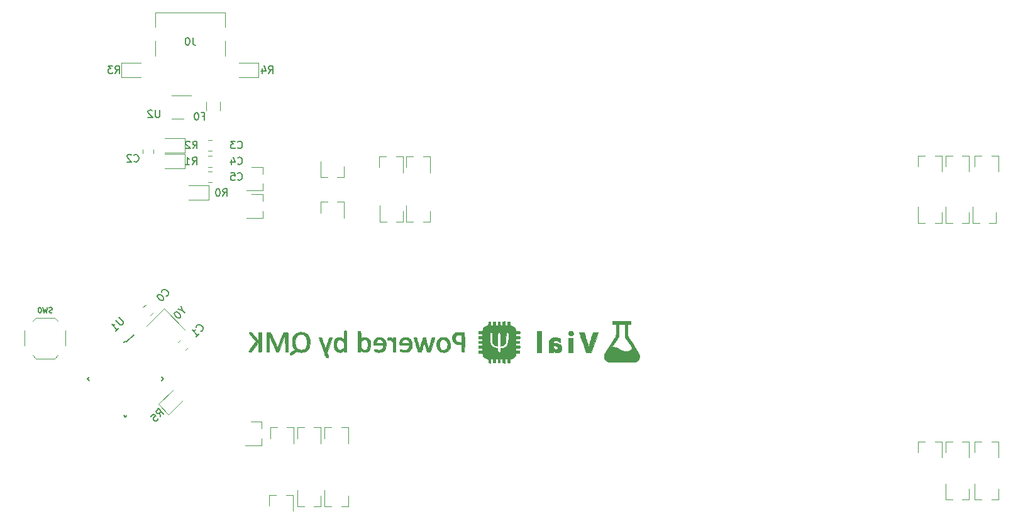
<source format=gbr>
%TF.GenerationSoftware,KiCad,Pcbnew,(6.0.4)*%
%TF.CreationDate,2022-03-30T13:59:28+02:00*%
%TF.ProjectId,32u2,33327532-2e6b-4696-9361-645f70636258,rev?*%
%TF.SameCoordinates,Original*%
%TF.FileFunction,Legend,Bot*%
%TF.FilePolarity,Positive*%
%FSLAX46Y46*%
G04 Gerber Fmt 4.6, Leading zero omitted, Abs format (unit mm)*
G04 Created by KiCad (PCBNEW (6.0.4)) date 2022-03-30 13:59:28*
%MOMM*%
%LPD*%
G01*
G04 APERTURE LIST*
%ADD10C,0.150000*%
%ADD11C,0.120000*%
%ADD12C,0.010000*%
G04 APERTURE END LIST*
D10*
%TO.C,C1*%
X48270389Y-87234687D02*
X48337732Y-87234687D01*
X48472419Y-87167343D01*
X48539763Y-87100000D01*
X48607106Y-86965312D01*
X48607106Y-86830625D01*
X48573435Y-86729610D01*
X48472419Y-86561251D01*
X48371404Y-86460236D01*
X48203045Y-86359221D01*
X48102030Y-86325549D01*
X47967343Y-86325549D01*
X47832656Y-86392893D01*
X47765312Y-86460236D01*
X47697969Y-86594923D01*
X47697969Y-86662267D01*
X47664297Y-87975465D02*
X48068358Y-87571404D01*
X47866328Y-87773435D02*
X47159221Y-87066328D01*
X47327580Y-87100000D01*
X47462267Y-87100000D01*
X47563282Y-87066328D01*
%TO.C,SW0*%
X28283333Y-84683333D02*
X28183333Y-84716666D01*
X28016666Y-84716666D01*
X27950000Y-84683333D01*
X27916666Y-84650000D01*
X27883333Y-84583333D01*
X27883333Y-84516666D01*
X27916666Y-84450000D01*
X27950000Y-84416666D01*
X28016666Y-84383333D01*
X28150000Y-84350000D01*
X28216666Y-84316666D01*
X28250000Y-84283333D01*
X28283333Y-84216666D01*
X28283333Y-84150000D01*
X28250000Y-84083333D01*
X28216666Y-84050000D01*
X28150000Y-84016666D01*
X27983333Y-84016666D01*
X27883333Y-84050000D01*
X27650000Y-84016666D02*
X27483333Y-84716666D01*
X27350000Y-84216666D01*
X27216666Y-84716666D01*
X27050000Y-84016666D01*
X26650000Y-84016666D02*
X26583333Y-84016666D01*
X26516666Y-84050000D01*
X26483333Y-84083333D01*
X26450000Y-84150000D01*
X26416666Y-84283333D01*
X26416666Y-84450000D01*
X26450000Y-84583333D01*
X26483333Y-84650000D01*
X26516666Y-84683333D01*
X26583333Y-84716666D01*
X26650000Y-84716666D01*
X26716666Y-84683333D01*
X26750000Y-84650000D01*
X26783333Y-84583333D01*
X26816666Y-84450000D01*
X26816666Y-84283333D01*
X26783333Y-84150000D01*
X26750000Y-84083333D01*
X26716666Y-84050000D01*
X26650000Y-84016666D01*
%TO.C,C3*%
X53266666Y-62507142D02*
X53314285Y-62554761D01*
X53457142Y-62602380D01*
X53552380Y-62602380D01*
X53695238Y-62554761D01*
X53790476Y-62459523D01*
X53838095Y-62364285D01*
X53885714Y-62173809D01*
X53885714Y-62030952D01*
X53838095Y-61840476D01*
X53790476Y-61745238D01*
X53695238Y-61650000D01*
X53552380Y-61602380D01*
X53457142Y-61602380D01*
X53314285Y-61650000D01*
X53266666Y-61697619D01*
X52933333Y-61602380D02*
X52314285Y-61602380D01*
X52647619Y-61983333D01*
X52504761Y-61983333D01*
X52409523Y-62030952D01*
X52361904Y-62078571D01*
X52314285Y-62173809D01*
X52314285Y-62411904D01*
X52361904Y-62507142D01*
X52409523Y-62554761D01*
X52504761Y-62602380D01*
X52790476Y-62602380D01*
X52885714Y-62554761D01*
X52933333Y-62507142D01*
%TO.C,Y0*%
X45819880Y-84396446D02*
X46156598Y-84733164D01*
X45685193Y-83790355D02*
X45819880Y-84396446D01*
X45213789Y-84261759D01*
X44843399Y-84632148D02*
X44776056Y-84699492D01*
X44742384Y-84800507D01*
X44742384Y-84867851D01*
X44776056Y-84968866D01*
X44877071Y-85137225D01*
X45045430Y-85305583D01*
X45213789Y-85406599D01*
X45314804Y-85440270D01*
X45382147Y-85440270D01*
X45483163Y-85406599D01*
X45550506Y-85339255D01*
X45584178Y-85238240D01*
X45584178Y-85170896D01*
X45550506Y-85069881D01*
X45449491Y-84901522D01*
X45281132Y-84733164D01*
X45112773Y-84632148D01*
X45011758Y-84598477D01*
X44944415Y-84598477D01*
X44843399Y-84632148D01*
%TO.C,R4*%
X57416666Y-52452380D02*
X57750000Y-51976190D01*
X57988095Y-52452380D02*
X57988095Y-51452380D01*
X57607142Y-51452380D01*
X57511904Y-51500000D01*
X57464285Y-51547619D01*
X57416666Y-51642857D01*
X57416666Y-51785714D01*
X57464285Y-51880952D01*
X57511904Y-51928571D01*
X57607142Y-51976190D01*
X57988095Y-51976190D01*
X56559523Y-51785714D02*
X56559523Y-52452380D01*
X56797619Y-51404761D02*
X57035714Y-52119047D01*
X56416666Y-52119047D01*
%TO.C,F0*%
X48483333Y-58228571D02*
X48816666Y-58228571D01*
X48816666Y-58752380D02*
X48816666Y-57752380D01*
X48340476Y-57752380D01*
X47769047Y-57752380D02*
X47673809Y-57752380D01*
X47578571Y-57800000D01*
X47530952Y-57847619D01*
X47483333Y-57942857D01*
X47435714Y-58133333D01*
X47435714Y-58371428D01*
X47483333Y-58561904D01*
X47530952Y-58657142D01*
X47578571Y-58704761D01*
X47673809Y-58752380D01*
X47769047Y-58752380D01*
X47864285Y-58704761D01*
X47911904Y-58657142D01*
X47959523Y-58561904D01*
X48007142Y-58371428D01*
X48007142Y-58133333D01*
X47959523Y-57942857D01*
X47911904Y-57847619D01*
X47864285Y-57800000D01*
X47769047Y-57752380D01*
%TO.C,C0*%
X43620388Y-82484687D02*
X43687731Y-82484687D01*
X43822418Y-82417343D01*
X43889762Y-82350000D01*
X43957105Y-82215312D01*
X43957105Y-82080625D01*
X43923434Y-81979610D01*
X43822418Y-81811251D01*
X43721403Y-81710236D01*
X43553044Y-81609221D01*
X43452029Y-81575549D01*
X43317342Y-81575549D01*
X43182655Y-81642893D01*
X43115311Y-81710236D01*
X43047968Y-81844923D01*
X43047968Y-81912267D01*
X42542892Y-82282656D02*
X42475548Y-82350000D01*
X42441876Y-82451015D01*
X42441876Y-82518358D01*
X42475548Y-82619374D01*
X42576563Y-82787732D01*
X42744922Y-82956091D01*
X42913281Y-83057106D01*
X43014296Y-83090778D01*
X43081640Y-83090778D01*
X43182655Y-83057106D01*
X43249999Y-82989763D01*
X43283670Y-82888748D01*
X43283670Y-82821404D01*
X43249999Y-82720389D01*
X43148983Y-82552030D01*
X42980624Y-82383671D01*
X42812266Y-82282656D01*
X42711250Y-82248984D01*
X42643907Y-82248984D01*
X42542892Y-82282656D01*
%TO.C,C2*%
X39316666Y-64307142D02*
X39364285Y-64354761D01*
X39507142Y-64402380D01*
X39602380Y-64402380D01*
X39745238Y-64354761D01*
X39840476Y-64259523D01*
X39888095Y-64164285D01*
X39935714Y-63973809D01*
X39935714Y-63830952D01*
X39888095Y-63640476D01*
X39840476Y-63545238D01*
X39745238Y-63450000D01*
X39602380Y-63402380D01*
X39507142Y-63402380D01*
X39364285Y-63450000D01*
X39316666Y-63497619D01*
X38935714Y-63497619D02*
X38888095Y-63450000D01*
X38792857Y-63402380D01*
X38554761Y-63402380D01*
X38459523Y-63450000D01*
X38411904Y-63497619D01*
X38364285Y-63592857D01*
X38364285Y-63688095D01*
X38411904Y-63830952D01*
X38983333Y-64402380D01*
X38364285Y-64402380D01*
%TO.C,R5*%
X42887733Y-98752030D02*
X42786718Y-98179610D01*
X43291794Y-98347969D02*
X42584688Y-97640862D01*
X42315313Y-97910236D01*
X42281642Y-98011251D01*
X42281642Y-98078595D01*
X42315313Y-98179610D01*
X42416329Y-98280625D01*
X42517344Y-98314297D01*
X42584688Y-98314297D01*
X42685703Y-98280625D01*
X42955077Y-98011251D01*
X41540863Y-98684687D02*
X41877581Y-98347969D01*
X42247970Y-98651015D01*
X42180626Y-98651015D01*
X42079611Y-98684687D01*
X41911252Y-98853045D01*
X41877581Y-98954061D01*
X41877581Y-99021404D01*
X41911252Y-99122419D01*
X42079611Y-99290778D01*
X42180626Y-99324450D01*
X42247970Y-99324450D01*
X42348985Y-99290778D01*
X42517344Y-99122419D01*
X42551016Y-99021404D01*
X42551016Y-98954061D01*
%TO.C,C5*%
X53266666Y-66757142D02*
X53314285Y-66804761D01*
X53457142Y-66852380D01*
X53552380Y-66852380D01*
X53695238Y-66804761D01*
X53790476Y-66709523D01*
X53838095Y-66614285D01*
X53885714Y-66423809D01*
X53885714Y-66280952D01*
X53838095Y-66090476D01*
X53790476Y-65995238D01*
X53695238Y-65900000D01*
X53552380Y-65852380D01*
X53457142Y-65852380D01*
X53314285Y-65900000D01*
X53266666Y-65947619D01*
X52361904Y-65852380D02*
X52838095Y-65852380D01*
X52885714Y-66328571D01*
X52838095Y-66280952D01*
X52742857Y-66233333D01*
X52504761Y-66233333D01*
X52409523Y-66280952D01*
X52361904Y-66328571D01*
X52314285Y-66423809D01*
X52314285Y-66661904D01*
X52361904Y-66757142D01*
X52409523Y-66804761D01*
X52504761Y-66852380D01*
X52742857Y-66852380D01*
X52838095Y-66804761D01*
X52885714Y-66757142D01*
%TO.C,J0*%
X47220834Y-47652380D02*
X47220834Y-48366666D01*
X47268453Y-48509523D01*
X47363691Y-48604761D01*
X47506548Y-48652380D01*
X47601786Y-48652380D01*
X46554167Y-47652380D02*
X46458929Y-47652380D01*
X46363691Y-47700000D01*
X46316072Y-47747619D01*
X46268453Y-47842857D01*
X46220834Y-48033333D01*
X46220834Y-48271428D01*
X46268453Y-48461904D01*
X46316072Y-48557142D01*
X46363691Y-48604761D01*
X46458929Y-48652380D01*
X46554167Y-48652380D01*
X46649405Y-48604761D01*
X46697024Y-48557142D01*
X46744643Y-48461904D01*
X46792262Y-48271428D01*
X46792262Y-48033333D01*
X46744643Y-47842857D01*
X46697024Y-47747619D01*
X46649405Y-47700000D01*
X46554167Y-47652380D01*
%TO.C,U1*%
X37251522Y-85374026D02*
X37823942Y-85946446D01*
X37857614Y-86047461D01*
X37857614Y-86114805D01*
X37823942Y-86215820D01*
X37689255Y-86350507D01*
X37588240Y-86384179D01*
X37520896Y-86384179D01*
X37419881Y-86350507D01*
X36847461Y-85778087D01*
X36847461Y-87192301D02*
X37251522Y-86788240D01*
X37049492Y-86990270D02*
X36342385Y-86283164D01*
X36510744Y-86316835D01*
X36645431Y-86316835D01*
X36746446Y-86283164D01*
%TO.C,U2*%
X42761904Y-57402380D02*
X42761904Y-58211904D01*
X42714285Y-58307142D01*
X42666666Y-58354761D01*
X42571428Y-58402380D01*
X42380952Y-58402380D01*
X42285714Y-58354761D01*
X42238095Y-58307142D01*
X42190476Y-58211904D01*
X42190476Y-57402380D01*
X41761904Y-57497619D02*
X41714285Y-57450000D01*
X41619047Y-57402380D01*
X41380952Y-57402380D01*
X41285714Y-57450000D01*
X41238095Y-57497619D01*
X41190476Y-57592857D01*
X41190476Y-57688095D01*
X41238095Y-57830952D01*
X41809523Y-58402380D01*
X41190476Y-58402380D01*
%TO.C,R3*%
X36766666Y-52452380D02*
X37100000Y-51976190D01*
X37338095Y-52452380D02*
X37338095Y-51452380D01*
X36957142Y-51452380D01*
X36861904Y-51500000D01*
X36814285Y-51547619D01*
X36766666Y-51642857D01*
X36766666Y-51785714D01*
X36814285Y-51880952D01*
X36861904Y-51928571D01*
X36957142Y-51976190D01*
X37338095Y-51976190D01*
X36433333Y-51452380D02*
X35814285Y-51452380D01*
X36147619Y-51833333D01*
X36004761Y-51833333D01*
X35909523Y-51880952D01*
X35861904Y-51928571D01*
X35814285Y-52023809D01*
X35814285Y-52261904D01*
X35861904Y-52357142D01*
X35909523Y-52404761D01*
X36004761Y-52452380D01*
X36290476Y-52452380D01*
X36385714Y-52404761D01*
X36433333Y-52357142D01*
%TO.C,C4*%
X53266666Y-64657142D02*
X53314285Y-64704761D01*
X53457142Y-64752380D01*
X53552380Y-64752380D01*
X53695238Y-64704761D01*
X53790476Y-64609523D01*
X53838095Y-64514285D01*
X53885714Y-64323809D01*
X53885714Y-64180952D01*
X53838095Y-63990476D01*
X53790476Y-63895238D01*
X53695238Y-63800000D01*
X53552380Y-63752380D01*
X53457142Y-63752380D01*
X53314285Y-63800000D01*
X53266666Y-63847619D01*
X52409523Y-64085714D02*
X52409523Y-64752380D01*
X52647619Y-63704761D02*
X52885714Y-64419047D01*
X52266666Y-64419047D01*
%TO.C,R0*%
X51266666Y-69002380D02*
X51600000Y-68526190D01*
X51838095Y-69002380D02*
X51838095Y-68002380D01*
X51457142Y-68002380D01*
X51361904Y-68050000D01*
X51314285Y-68097619D01*
X51266666Y-68192857D01*
X51266666Y-68335714D01*
X51314285Y-68430952D01*
X51361904Y-68478571D01*
X51457142Y-68526190D01*
X51838095Y-68526190D01*
X50647619Y-68002380D02*
X50552380Y-68002380D01*
X50457142Y-68050000D01*
X50409523Y-68097619D01*
X50361904Y-68192857D01*
X50314285Y-68383333D01*
X50314285Y-68621428D01*
X50361904Y-68811904D01*
X50409523Y-68907142D01*
X50457142Y-68954761D01*
X50552380Y-69002380D01*
X50647619Y-69002380D01*
X50742857Y-68954761D01*
X50790476Y-68907142D01*
X50838095Y-68811904D01*
X50885714Y-68621428D01*
X50885714Y-68383333D01*
X50838095Y-68192857D01*
X50790476Y-68097619D01*
X50742857Y-68050000D01*
X50647619Y-68002380D01*
%TO.C,R2*%
X47216666Y-62602380D02*
X47550000Y-62126190D01*
X47788095Y-62602380D02*
X47788095Y-61602380D01*
X47407142Y-61602380D01*
X47311904Y-61650000D01*
X47264285Y-61697619D01*
X47216666Y-61792857D01*
X47216666Y-61935714D01*
X47264285Y-62030952D01*
X47311904Y-62078571D01*
X47407142Y-62126190D01*
X47788095Y-62126190D01*
X46835714Y-61697619D02*
X46788095Y-61650000D01*
X46692857Y-61602380D01*
X46454761Y-61602380D01*
X46359523Y-61650000D01*
X46311904Y-61697619D01*
X46264285Y-61792857D01*
X46264285Y-61888095D01*
X46311904Y-62030952D01*
X46883333Y-62602380D01*
X46264285Y-62602380D01*
%TO.C,R1*%
X47166666Y-64752380D02*
X47500000Y-64276190D01*
X47738095Y-64752380D02*
X47738095Y-63752380D01*
X47357142Y-63752380D01*
X47261904Y-63800000D01*
X47214285Y-63847619D01*
X47166666Y-63942857D01*
X47166666Y-64085714D01*
X47214285Y-64180952D01*
X47261904Y-64228571D01*
X47357142Y-64276190D01*
X47738095Y-64276190D01*
X46214285Y-64752380D02*
X46785714Y-64752380D01*
X46500000Y-64752380D02*
X46500000Y-63752380D01*
X46595238Y-63895238D01*
X46690476Y-63990476D01*
X46785714Y-64038095D01*
D11*
%TO.C,D607*%
X72350000Y-63670000D02*
X73280000Y-63670000D01*
X72350000Y-63670000D02*
X72350000Y-65130000D01*
X75510000Y-63670000D02*
X75510000Y-65830000D01*
X75510000Y-63670000D02*
X74580000Y-63670000D01*
%TO.C,D1011*%
X56610000Y-68770000D02*
X56610000Y-69700000D01*
X56610000Y-68770000D02*
X55150000Y-68770000D01*
X56610000Y-71930000D02*
X54450000Y-71930000D01*
X56610000Y-71930000D02*
X56610000Y-71000000D01*
%TO.C,D2021*%
X56460000Y-99420000D02*
X55000000Y-99420000D01*
X56460000Y-102580000D02*
X56460000Y-101650000D01*
X56460000Y-99420000D02*
X56460000Y-100350000D01*
X56460000Y-102580000D02*
X54300000Y-102580000D01*
%TO.C,C1*%
X46604457Y-89384990D02*
X46234990Y-89754457D01*
X45565010Y-88345543D02*
X45195543Y-88715010D01*
%TO.C,D110111*%
X151750000Y-72630000D02*
X150820000Y-72630000D01*
X148590000Y-72630000D02*
X148590000Y-70470000D01*
X148590000Y-72630000D02*
X149520000Y-72630000D01*
X151750000Y-72630000D02*
X151750000Y-71170000D01*
%TO.C,SW0*%
X29050000Y-85850000D02*
X28600000Y-85400000D01*
X28600000Y-90900000D02*
X26100000Y-90900000D01*
X24600000Y-87150000D02*
X24600000Y-89150000D01*
X29050000Y-90450000D02*
X28600000Y-90900000D01*
X25650000Y-90450000D02*
X26100000Y-90900000D01*
X30100000Y-87150000D02*
X30100000Y-89150000D01*
X25650000Y-85850000D02*
X26100000Y-85400000D01*
X28600000Y-85400000D02*
X26100000Y-85400000D01*
%TO.C,D4*%
X151730000Y-109910000D02*
X150800000Y-109910000D01*
X148570000Y-109910000D02*
X149500000Y-109910000D01*
X151730000Y-109910000D02*
X151730000Y-108450000D01*
X148570000Y-109910000D02*
X148570000Y-107750000D01*
%TO.C,C3*%
X49288748Y-62910000D02*
X49811252Y-62910000D01*
X49288748Y-61440000D02*
X49811252Y-61440000D01*
%TO.C,Y0*%
X43352513Y-84169060D02*
X46180940Y-86997487D01*
X41019060Y-86502513D02*
X43352513Y-84169060D01*
%TO.C,D12013*%
X144900000Y-63560000D02*
X144900000Y-65020000D01*
X144900000Y-63560000D02*
X145830000Y-63560000D01*
X148060000Y-63560000D02*
X148060000Y-65720000D01*
X148060000Y-63560000D02*
X147130000Y-63560000D01*
%TO.C,R4*%
X56097501Y-52978249D02*
X53412501Y-52978249D01*
X56097501Y-51058249D02*
X56097501Y-52978249D01*
X53412501Y-51058249D02*
X56097501Y-51058249D01*
%TO.C,F0*%
X50885000Y-56297936D02*
X50885000Y-57502064D01*
X49065000Y-56297936D02*
X49065000Y-57502064D01*
%TO.C,C0*%
X40495543Y-84015010D02*
X40865010Y-83645543D01*
X41534990Y-85054457D02*
X41904457Y-84684990D01*
%TO.C,D2829*%
X152520000Y-102090000D02*
X152520000Y-103550000D01*
X155680000Y-102090000D02*
X155680000Y-104250000D01*
X152520000Y-102090000D02*
X153450000Y-102090000D01*
X155680000Y-102090000D02*
X154750000Y-102090000D01*
%TO.C,D2425*%
X64480000Y-100190000D02*
X64480000Y-102350000D01*
X61320000Y-100190000D02*
X61320000Y-101650000D01*
X64480000Y-100190000D02*
X63550000Y-100190000D01*
X61320000Y-100190000D02*
X62250000Y-100190000D01*
%TO.C,G\u002A\u002A\u002A*%
G36*
X94165200Y-90047000D02*
G01*
X93555600Y-90047000D01*
X93555600Y-87202200D01*
X94165200Y-87202200D01*
X94165200Y-90047000D01*
G37*
D12*
X94165200Y-90047000D02*
X93555600Y-90047000D01*
X93555600Y-87202200D01*
X94165200Y-87202200D01*
X94165200Y-90047000D01*
G36*
X106839800Y-89553469D02*
G01*
X106840983Y-89564804D01*
X106859852Y-89594033D01*
X106879135Y-89614192D01*
X106917148Y-89667154D01*
X106963744Y-89739955D01*
X107005057Y-89805254D01*
X107051490Y-89873077D01*
X107083392Y-89913220D01*
X107102477Y-89937926D01*
X107119200Y-89985314D01*
X107121715Y-90001151D01*
X107144117Y-90021600D01*
X107164574Y-90037528D01*
X107184970Y-90085100D01*
X107199995Y-90127132D01*
X107218666Y-90148600D01*
X107233730Y-90161368D01*
X107261107Y-90208006D01*
X107290085Y-90272545D01*
X107313053Y-90337587D01*
X107322400Y-90385734D01*
X107325929Y-90407159D01*
X107347800Y-90428000D01*
X107360197Y-90448194D01*
X107369641Y-90507733D01*
X107373200Y-90594599D01*
X107370958Y-90671926D01*
X107362271Y-90731586D01*
X107347800Y-90745500D01*
X107331983Y-90747454D01*
X107322400Y-90783362D01*
X107305905Y-90862533D01*
X107254919Y-90964347D01*
X107179303Y-91069086D01*
X107089136Y-91164727D01*
X106994500Y-91239247D01*
X106905475Y-91280623D01*
X106861359Y-91297203D01*
X106839800Y-91318220D01*
X106838236Y-91322203D01*
X106805783Y-91338119D01*
X106744550Y-91349859D01*
X106725145Y-91350938D01*
X106655149Y-91352570D01*
X106541426Y-91354027D01*
X106388363Y-91355290D01*
X106200345Y-91356339D01*
X105981757Y-91357157D01*
X105736985Y-91357725D01*
X105470413Y-91358024D01*
X105186427Y-91358036D01*
X104889413Y-91357742D01*
X104848877Y-91357679D01*
X104488764Y-91356861D01*
X104176700Y-91355629D01*
X103910194Y-91353935D01*
X103686758Y-91351735D01*
X103503900Y-91348983D01*
X103359132Y-91345634D01*
X103249964Y-91341643D01*
X103173905Y-91336965D01*
X103128467Y-91331553D01*
X103111159Y-91325363D01*
X103082751Y-91301770D01*
X103026266Y-91278930D01*
X103023679Y-91278246D01*
X102974681Y-91254630D01*
X102910143Y-91204640D01*
X102824821Y-91123722D01*
X102713472Y-91007324D01*
X102682170Y-90957324D01*
X102657985Y-90886674D01*
X102657457Y-90884095D01*
X102640070Y-90830970D01*
X102620225Y-90809000D01*
X102615263Y-90803216D01*
X102606407Y-90759116D01*
X102600286Y-90681066D01*
X102598000Y-90580400D01*
X102598572Y-90529354D01*
X102602926Y-90438267D01*
X102610633Y-90375305D01*
X102620574Y-90351800D01*
X102623799Y-90350974D01*
X102643195Y-90321506D01*
X102659825Y-90262900D01*
X102662292Y-90250759D01*
X102679246Y-90196177D01*
X102696752Y-90174000D01*
X102701926Y-90172106D01*
X102729935Y-90141419D01*
X102764877Y-90085100D01*
X102775175Y-90066660D01*
X102808081Y-90016383D01*
X102829623Y-89996200D01*
X102844812Y-89980186D01*
X102862431Y-89932700D01*
X102879209Y-89890751D01*
X102903284Y-89869200D01*
X102913405Y-89866238D01*
X102928200Y-89835050D01*
X102928772Y-89829759D01*
X102949334Y-89784838D01*
X102990254Y-89728685D01*
X103000487Y-89716273D01*
X103032950Y-89666494D01*
X103039555Y-89635834D01*
X103036969Y-89630276D01*
X103049702Y-89615200D01*
X103055361Y-89613339D01*
X103084887Y-89582679D01*
X103120477Y-89526300D01*
X103130775Y-89507860D01*
X103163681Y-89457583D01*
X103185223Y-89437400D01*
X103200412Y-89421386D01*
X103218031Y-89373900D01*
X103219916Y-89369188D01*
X103605734Y-89369188D01*
X103705117Y-89350016D01*
X103731607Y-89344970D01*
X103785529Y-89336287D01*
X103834574Y-89333264D01*
X103892521Y-89336357D01*
X103973153Y-89346017D01*
X104090250Y-89362701D01*
X104125624Y-89368122D01*
X104214587Y-89384582D01*
X104276547Y-89400312D01*
X104299800Y-89412531D01*
X104316885Y-89429820D01*
X104365356Y-89448346D01*
X104374737Y-89451069D01*
X104443386Y-89481253D01*
X104529236Y-89529436D01*
X104613218Y-89584220D01*
X104676265Y-89634205D01*
X104696642Y-89650213D01*
X104735229Y-89666000D01*
X104756714Y-89672926D01*
X104798729Y-89704100D01*
X104827579Y-89724928D01*
X104885815Y-89742200D01*
X104913582Y-89746203D01*
X104934800Y-89764773D01*
X104940054Y-89772196D01*
X104978789Y-89790894D01*
X105038845Y-89809157D01*
X105100579Y-89821560D01*
X105144350Y-89822675D01*
X105149217Y-89822428D01*
X105163400Y-89843800D01*
X105165729Y-89849242D01*
X105200435Y-89863487D01*
X105263501Y-89869200D01*
X105282826Y-89869664D01*
X105345997Y-89878364D01*
X105379300Y-89894600D01*
X105379466Y-89894853D01*
X105411803Y-89907530D01*
X105480097Y-89916559D01*
X105569800Y-89920000D01*
X105571549Y-89919998D01*
X105660991Y-89916438D01*
X105728757Y-89907325D01*
X105760300Y-89894600D01*
X105785693Y-89878225D01*
X105840431Y-89869200D01*
X105844157Y-89869123D01*
X105905409Y-89856278D01*
X105977407Y-89827837D01*
X106040133Y-89793071D01*
X106073567Y-89761250D01*
X106076173Y-89756954D01*
X106109051Y-89742200D01*
X106124222Y-89736689D01*
X106171977Y-89706845D01*
X106235336Y-89660640D01*
X106300232Y-89608996D01*
X106352598Y-89562837D01*
X106378367Y-89533084D01*
X106384844Y-89525235D01*
X106422817Y-89513600D01*
X106438383Y-89511084D01*
X106458800Y-89488200D01*
X106458062Y-89482128D01*
X106433400Y-89462800D01*
X106423934Y-89460481D01*
X106408000Y-89430790D01*
X106407390Y-89425738D01*
X106385983Y-89383013D01*
X106343473Y-89329190D01*
X106331303Y-89315767D01*
X106299215Y-89275717D01*
X106293662Y-89259600D01*
X106294102Y-89259572D01*
X106288450Y-89242684D01*
X106256590Y-89204010D01*
X106220454Y-89159858D01*
X106204800Y-89129624D01*
X106200268Y-89115184D01*
X106173050Y-89077258D01*
X106149391Y-89048063D01*
X106104488Y-88986335D01*
X106052400Y-88910393D01*
X106008196Y-88847508D01*
X105967366Y-88796597D01*
X105944450Y-88777049D01*
X105939554Y-88776145D01*
X105925400Y-88750571D01*
X105923102Y-88739925D01*
X105899805Y-88693080D01*
X105861663Y-88633582D01*
X105821478Y-88580433D01*
X105792050Y-88552633D01*
X105789209Y-88551098D01*
X105773000Y-88519854D01*
X105770403Y-88508821D01*
X105746608Y-88462504D01*
X105708344Y-88403725D01*
X105668421Y-88351297D01*
X105639650Y-88324033D01*
X105636358Y-88322192D01*
X105620600Y-88290469D01*
X105616011Y-88272394D01*
X105588850Y-88229967D01*
X105543801Y-88178540D01*
X105505234Y-88128974D01*
X105493600Y-88102628D01*
X105493553Y-88101871D01*
X105477944Y-88071113D01*
X105442800Y-88021930D01*
X105436288Y-88013324D01*
X105423665Y-87992347D01*
X105413696Y-87964760D01*
X105406068Y-87925038D01*
X105400469Y-87867660D01*
X105396589Y-87787100D01*
X105394113Y-87677835D01*
X105392732Y-87534342D01*
X105392131Y-87351096D01*
X105392000Y-87122574D01*
X105392000Y-86287800D01*
X104553800Y-86287800D01*
X104553800Y-87127072D01*
X104553384Y-87320417D01*
X104551369Y-87554021D01*
X104547698Y-87739027D01*
X104542388Y-87874893D01*
X104535456Y-87961072D01*
X104526919Y-87997022D01*
X104512287Y-88015306D01*
X104471444Y-88072928D01*
X104420889Y-88149235D01*
X104368265Y-88232078D01*
X104321213Y-88309312D01*
X104287377Y-88368788D01*
X104274400Y-88398360D01*
X104274121Y-88402237D01*
X104254820Y-88421400D01*
X104243343Y-88429326D01*
X104211783Y-88470734D01*
X104172800Y-88535700D01*
X104148811Y-88577616D01*
X104114732Y-88629665D01*
X104094781Y-88650000D01*
X104090484Y-88651952D01*
X104065130Y-88682687D01*
X104031324Y-88738900D01*
X104021040Y-88757277D01*
X103987753Y-88807597D01*
X103965536Y-88827800D01*
X103950195Y-88840716D01*
X103929789Y-88884950D01*
X103915469Y-88922854D01*
X103896327Y-88954800D01*
X103887912Y-88964535D01*
X103854680Y-89009189D01*
X103804083Y-89080425D01*
X103743217Y-89168344D01*
X103605734Y-89369188D01*
X103219916Y-89369188D01*
X103234809Y-89331951D01*
X103258884Y-89310400D01*
X103269759Y-89306738D01*
X103283800Y-89274114D01*
X103289953Y-89248018D01*
X103320935Y-89200694D01*
X103346819Y-89166951D01*
X103392641Y-89098648D01*
X103451281Y-89006433D01*
X103516159Y-88900430D01*
X103516878Y-88899234D01*
X103579308Y-88796464D01*
X103632824Y-88710451D01*
X103671754Y-88650170D01*
X103690428Y-88624600D01*
X103699550Y-88614773D01*
X103723642Y-88573800D01*
X103725061Y-88570673D01*
X103755093Y-88514227D01*
X103791147Y-88456739D01*
X103818752Y-88421400D01*
X103820093Y-88420003D01*
X103842686Y-88388368D01*
X103882915Y-88326842D01*
X103933052Y-88247203D01*
X103934369Y-88245078D01*
X103990473Y-88155239D01*
X104041963Y-88073962D01*
X104077846Y-88018603D01*
X104112892Y-87960132D01*
X104137959Y-87907049D01*
X104149719Y-87883217D01*
X104175763Y-87862599D01*
X104178169Y-87858239D01*
X104183593Y-87814338D01*
X104188405Y-87727965D01*
X104192440Y-87604992D01*
X104195529Y-87451291D01*
X104197505Y-87272736D01*
X104198200Y-87075200D01*
X104198200Y-86287800D01*
X103766400Y-86287800D01*
X103766400Y-85855507D01*
X104979250Y-85862103D01*
X106192100Y-85868700D01*
X106199478Y-86078250D01*
X106206855Y-86287800D01*
X105747600Y-86287800D01*
X105747600Y-87053151D01*
X105747604Y-87107675D01*
X105747804Y-87314408D01*
X105748594Y-87477736D01*
X105750367Y-87603667D01*
X105753517Y-87698211D01*
X105758437Y-87767375D01*
X105765518Y-87817168D01*
X105775156Y-87853598D01*
X105787742Y-87882673D01*
X105803669Y-87910401D01*
X105817531Y-87932422D01*
X105855152Y-87985493D01*
X105879869Y-88010766D01*
X105886694Y-88015552D01*
X105900000Y-88051405D01*
X105904757Y-88069133D01*
X105932296Y-88122243D01*
X105976200Y-88188769D01*
X106003736Y-88227731D01*
X106038721Y-88281092D01*
X106052400Y-88307952D01*
X106055474Y-88317892D01*
X106079462Y-88352622D01*
X106082555Y-88356377D01*
X106112946Y-88399444D01*
X106164119Y-88476806D01*
X106231265Y-88580908D01*
X106309579Y-88704190D01*
X106394253Y-88839096D01*
X106480481Y-88978068D01*
X106563455Y-89113550D01*
X106604838Y-89180139D01*
X106657736Y-89260483D01*
X106697715Y-89315437D01*
X106718362Y-89335800D01*
X106726390Y-89338743D01*
X106738200Y-89370013D01*
X106752503Y-89410242D01*
X106789000Y-89462800D01*
X106807014Y-89488200D01*
X106824313Y-89512593D01*
X106839800Y-89553469D01*
G37*
X106839800Y-89553469D02*
X106840983Y-89564804D01*
X106859852Y-89594033D01*
X106879135Y-89614192D01*
X106917148Y-89667154D01*
X106963744Y-89739955D01*
X107005057Y-89805254D01*
X107051490Y-89873077D01*
X107083392Y-89913220D01*
X107102477Y-89937926D01*
X107119200Y-89985314D01*
X107121715Y-90001151D01*
X107144117Y-90021600D01*
X107164574Y-90037528D01*
X107184970Y-90085100D01*
X107199995Y-90127132D01*
X107218666Y-90148600D01*
X107233730Y-90161368D01*
X107261107Y-90208006D01*
X107290085Y-90272545D01*
X107313053Y-90337587D01*
X107322400Y-90385734D01*
X107325929Y-90407159D01*
X107347800Y-90428000D01*
X107360197Y-90448194D01*
X107369641Y-90507733D01*
X107373200Y-90594599D01*
X107370958Y-90671926D01*
X107362271Y-90731586D01*
X107347800Y-90745500D01*
X107331983Y-90747454D01*
X107322400Y-90783362D01*
X107305905Y-90862533D01*
X107254919Y-90964347D01*
X107179303Y-91069086D01*
X107089136Y-91164727D01*
X106994500Y-91239247D01*
X106905475Y-91280623D01*
X106861359Y-91297203D01*
X106839800Y-91318220D01*
X106838236Y-91322203D01*
X106805783Y-91338119D01*
X106744550Y-91349859D01*
X106725145Y-91350938D01*
X106655149Y-91352570D01*
X106541426Y-91354027D01*
X106388363Y-91355290D01*
X106200345Y-91356339D01*
X105981757Y-91357157D01*
X105736985Y-91357725D01*
X105470413Y-91358024D01*
X105186427Y-91358036D01*
X104889413Y-91357742D01*
X104848877Y-91357679D01*
X104488764Y-91356861D01*
X104176700Y-91355629D01*
X103910194Y-91353935D01*
X103686758Y-91351735D01*
X103503900Y-91348983D01*
X103359132Y-91345634D01*
X103249964Y-91341643D01*
X103173905Y-91336965D01*
X103128467Y-91331553D01*
X103111159Y-91325363D01*
X103082751Y-91301770D01*
X103026266Y-91278930D01*
X103023679Y-91278246D01*
X102974681Y-91254630D01*
X102910143Y-91204640D01*
X102824821Y-91123722D01*
X102713472Y-91007324D01*
X102682170Y-90957324D01*
X102657985Y-90886674D01*
X102657457Y-90884095D01*
X102640070Y-90830970D01*
X102620225Y-90809000D01*
X102615263Y-90803216D01*
X102606407Y-90759116D01*
X102600286Y-90681066D01*
X102598000Y-90580400D01*
X102598572Y-90529354D01*
X102602926Y-90438267D01*
X102610633Y-90375305D01*
X102620574Y-90351800D01*
X102623799Y-90350974D01*
X102643195Y-90321506D01*
X102659825Y-90262900D01*
X102662292Y-90250759D01*
X102679246Y-90196177D01*
X102696752Y-90174000D01*
X102701926Y-90172106D01*
X102729935Y-90141419D01*
X102764877Y-90085100D01*
X102775175Y-90066660D01*
X102808081Y-90016383D01*
X102829623Y-89996200D01*
X102844812Y-89980186D01*
X102862431Y-89932700D01*
X102879209Y-89890751D01*
X102903284Y-89869200D01*
X102913405Y-89866238D01*
X102928200Y-89835050D01*
X102928772Y-89829759D01*
X102949334Y-89784838D01*
X102990254Y-89728685D01*
X103000487Y-89716273D01*
X103032950Y-89666494D01*
X103039555Y-89635834D01*
X103036969Y-89630276D01*
X103049702Y-89615200D01*
X103055361Y-89613339D01*
X103084887Y-89582679D01*
X103120477Y-89526300D01*
X103130775Y-89507860D01*
X103163681Y-89457583D01*
X103185223Y-89437400D01*
X103200412Y-89421386D01*
X103218031Y-89373900D01*
X103219916Y-89369188D01*
X103605734Y-89369188D01*
X103705117Y-89350016D01*
X103731607Y-89344970D01*
X103785529Y-89336287D01*
X103834574Y-89333264D01*
X103892521Y-89336357D01*
X103973153Y-89346017D01*
X104090250Y-89362701D01*
X104125624Y-89368122D01*
X104214587Y-89384582D01*
X104276547Y-89400312D01*
X104299800Y-89412531D01*
X104316885Y-89429820D01*
X104365356Y-89448346D01*
X104374737Y-89451069D01*
X104443386Y-89481253D01*
X104529236Y-89529436D01*
X104613218Y-89584220D01*
X104676265Y-89634205D01*
X104696642Y-89650213D01*
X104735229Y-89666000D01*
X104756714Y-89672926D01*
X104798729Y-89704100D01*
X104827579Y-89724928D01*
X104885815Y-89742200D01*
X104913582Y-89746203D01*
X104934800Y-89764773D01*
X104940054Y-89772196D01*
X104978789Y-89790894D01*
X105038845Y-89809157D01*
X105100579Y-89821560D01*
X105144350Y-89822675D01*
X105149217Y-89822428D01*
X105163400Y-89843800D01*
X105165729Y-89849242D01*
X105200435Y-89863487D01*
X105263501Y-89869200D01*
X105282826Y-89869664D01*
X105345997Y-89878364D01*
X105379300Y-89894600D01*
X105379466Y-89894853D01*
X105411803Y-89907530D01*
X105480097Y-89916559D01*
X105569800Y-89920000D01*
X105571549Y-89919998D01*
X105660991Y-89916438D01*
X105728757Y-89907325D01*
X105760300Y-89894600D01*
X105785693Y-89878225D01*
X105840431Y-89869200D01*
X105844157Y-89869123D01*
X105905409Y-89856278D01*
X105977407Y-89827837D01*
X106040133Y-89793071D01*
X106073567Y-89761250D01*
X106076173Y-89756954D01*
X106109051Y-89742200D01*
X106124222Y-89736689D01*
X106171977Y-89706845D01*
X106235336Y-89660640D01*
X106300232Y-89608996D01*
X106352598Y-89562837D01*
X106378367Y-89533084D01*
X106384844Y-89525235D01*
X106422817Y-89513600D01*
X106438383Y-89511084D01*
X106458800Y-89488200D01*
X106458062Y-89482128D01*
X106433400Y-89462800D01*
X106423934Y-89460481D01*
X106408000Y-89430790D01*
X106407390Y-89425738D01*
X106385983Y-89383013D01*
X106343473Y-89329190D01*
X106331303Y-89315767D01*
X106299215Y-89275717D01*
X106293662Y-89259600D01*
X106294102Y-89259572D01*
X106288450Y-89242684D01*
X106256590Y-89204010D01*
X106220454Y-89159858D01*
X106204800Y-89129624D01*
X106200268Y-89115184D01*
X106173050Y-89077258D01*
X106149391Y-89048063D01*
X106104488Y-88986335D01*
X106052400Y-88910393D01*
X106008196Y-88847508D01*
X105967366Y-88796597D01*
X105944450Y-88777049D01*
X105939554Y-88776145D01*
X105925400Y-88750571D01*
X105923102Y-88739925D01*
X105899805Y-88693080D01*
X105861663Y-88633582D01*
X105821478Y-88580433D01*
X105792050Y-88552633D01*
X105789209Y-88551098D01*
X105773000Y-88519854D01*
X105770403Y-88508821D01*
X105746608Y-88462504D01*
X105708344Y-88403725D01*
X105668421Y-88351297D01*
X105639650Y-88324033D01*
X105636358Y-88322192D01*
X105620600Y-88290469D01*
X105616011Y-88272394D01*
X105588850Y-88229967D01*
X105543801Y-88178540D01*
X105505234Y-88128974D01*
X105493600Y-88102628D01*
X105493553Y-88101871D01*
X105477944Y-88071113D01*
X105442800Y-88021930D01*
X105436288Y-88013324D01*
X105423665Y-87992347D01*
X105413696Y-87964760D01*
X105406068Y-87925038D01*
X105400469Y-87867660D01*
X105396589Y-87787100D01*
X105394113Y-87677835D01*
X105392732Y-87534342D01*
X105392131Y-87351096D01*
X105392000Y-87122574D01*
X105392000Y-86287800D01*
X104553800Y-86287800D01*
X104553800Y-87127072D01*
X104553384Y-87320417D01*
X104551369Y-87554021D01*
X104547698Y-87739027D01*
X104542388Y-87874893D01*
X104535456Y-87961072D01*
X104526919Y-87997022D01*
X104512287Y-88015306D01*
X104471444Y-88072928D01*
X104420889Y-88149235D01*
X104368265Y-88232078D01*
X104321213Y-88309312D01*
X104287377Y-88368788D01*
X104274400Y-88398360D01*
X104274121Y-88402237D01*
X104254820Y-88421400D01*
X104243343Y-88429326D01*
X104211783Y-88470734D01*
X104172800Y-88535700D01*
X104148811Y-88577616D01*
X104114732Y-88629665D01*
X104094781Y-88650000D01*
X104090484Y-88651952D01*
X104065130Y-88682687D01*
X104031324Y-88738900D01*
X104021040Y-88757277D01*
X103987753Y-88807597D01*
X103965536Y-88827800D01*
X103950195Y-88840716D01*
X103929789Y-88884950D01*
X103915469Y-88922854D01*
X103896327Y-88954800D01*
X103887912Y-88964535D01*
X103854680Y-89009189D01*
X103804083Y-89080425D01*
X103743217Y-89168344D01*
X103605734Y-89369188D01*
X103219916Y-89369188D01*
X103234809Y-89331951D01*
X103258884Y-89310400D01*
X103269759Y-89306738D01*
X103283800Y-89274114D01*
X103289953Y-89248018D01*
X103320935Y-89200694D01*
X103346819Y-89166951D01*
X103392641Y-89098648D01*
X103451281Y-89006433D01*
X103516159Y-88900430D01*
X103516878Y-88899234D01*
X103579308Y-88796464D01*
X103632824Y-88710451D01*
X103671754Y-88650170D01*
X103690428Y-88624600D01*
X103699550Y-88614773D01*
X103723642Y-88573800D01*
X103725061Y-88570673D01*
X103755093Y-88514227D01*
X103791147Y-88456739D01*
X103818752Y-88421400D01*
X103820093Y-88420003D01*
X103842686Y-88388368D01*
X103882915Y-88326842D01*
X103933052Y-88247203D01*
X103934369Y-88245078D01*
X103990473Y-88155239D01*
X104041963Y-88073962D01*
X104077846Y-88018603D01*
X104112892Y-87960132D01*
X104137959Y-87907049D01*
X104149719Y-87883217D01*
X104175763Y-87862599D01*
X104178169Y-87858239D01*
X104183593Y-87814338D01*
X104188405Y-87727965D01*
X104192440Y-87604992D01*
X104195529Y-87451291D01*
X104197505Y-87272736D01*
X104198200Y-87075200D01*
X104198200Y-86287800D01*
X103766400Y-86287800D01*
X103766400Y-85855507D01*
X104979250Y-85862103D01*
X106192100Y-85868700D01*
X106199478Y-86078250D01*
X106206855Y-86287800D01*
X105747600Y-86287800D01*
X105747600Y-87053151D01*
X105747604Y-87107675D01*
X105747804Y-87314408D01*
X105748594Y-87477736D01*
X105750367Y-87603667D01*
X105753517Y-87698211D01*
X105758437Y-87767375D01*
X105765518Y-87817168D01*
X105775156Y-87853598D01*
X105787742Y-87882673D01*
X105803669Y-87910401D01*
X105817531Y-87932422D01*
X105855152Y-87985493D01*
X105879869Y-88010766D01*
X105886694Y-88015552D01*
X105900000Y-88051405D01*
X105904757Y-88069133D01*
X105932296Y-88122243D01*
X105976200Y-88188769D01*
X106003736Y-88227731D01*
X106038721Y-88281092D01*
X106052400Y-88307952D01*
X106055474Y-88317892D01*
X106079462Y-88352622D01*
X106082555Y-88356377D01*
X106112946Y-88399444D01*
X106164119Y-88476806D01*
X106231265Y-88580908D01*
X106309579Y-88704190D01*
X106394253Y-88839096D01*
X106480481Y-88978068D01*
X106563455Y-89113550D01*
X106604838Y-89180139D01*
X106657736Y-89260483D01*
X106697715Y-89315437D01*
X106718362Y-89335800D01*
X106726390Y-89338743D01*
X106738200Y-89370013D01*
X106752503Y-89410242D01*
X106789000Y-89462800D01*
X106807014Y-89488200D01*
X106824313Y-89512593D01*
X106839800Y-89553469D01*
G36*
X99928005Y-87437150D02*
G01*
X99938433Y-87470071D01*
X99975125Y-87588402D01*
X100019654Y-87734796D01*
X100070150Y-87902861D01*
X100124745Y-88086203D01*
X100181572Y-88278427D01*
X100238763Y-88473139D01*
X100294449Y-88663946D01*
X100346762Y-88844454D01*
X100393834Y-89008269D01*
X100433797Y-89148997D01*
X100464783Y-89260245D01*
X100484924Y-89335618D01*
X100492352Y-89368722D01*
X100493771Y-89382595D01*
X100502099Y-89382165D01*
X100516522Y-89333458D01*
X100523313Y-89308044D01*
X100543786Y-89235870D01*
X100575322Y-89126779D01*
X100615911Y-88987577D01*
X100663540Y-88825073D01*
X100716196Y-88646073D01*
X100771869Y-88457386D01*
X100828545Y-88265819D01*
X100884213Y-88078179D01*
X100936860Y-87901274D01*
X100984475Y-87741911D01*
X101025046Y-87606897D01*
X101056560Y-87503041D01*
X101077006Y-87437150D01*
X101103340Y-87354600D01*
X101782918Y-87354600D01*
X101400443Y-88478550D01*
X101338391Y-88660892D01*
X101259393Y-88893002D01*
X101184434Y-89113219D01*
X101115568Y-89315511D01*
X101054849Y-89493843D01*
X101004331Y-89642182D01*
X100966069Y-89754495D01*
X100942115Y-89824750D01*
X100866262Y-90047000D01*
X100170009Y-90047000D01*
X99716893Y-88732550D01*
X99667507Y-88589302D01*
X99584751Y-88349348D01*
X99507691Y-88126017D01*
X99437878Y-87923795D01*
X99376862Y-87747168D01*
X99326193Y-87600623D01*
X99287422Y-87488647D01*
X99262098Y-87415727D01*
X99251771Y-87386350D01*
X99252757Y-87377466D01*
X99276842Y-87366578D01*
X99333914Y-87359530D01*
X99429896Y-87355734D01*
X99570713Y-87354600D01*
X99901661Y-87354600D01*
X99928005Y-87437150D01*
G37*
X99928005Y-87437150D02*
X99938433Y-87470071D01*
X99975125Y-87588402D01*
X100019654Y-87734796D01*
X100070150Y-87902861D01*
X100124745Y-88086203D01*
X100181572Y-88278427D01*
X100238763Y-88473139D01*
X100294449Y-88663946D01*
X100346762Y-88844454D01*
X100393834Y-89008269D01*
X100433797Y-89148997D01*
X100464783Y-89260245D01*
X100484924Y-89335618D01*
X100492352Y-89368722D01*
X100493771Y-89382595D01*
X100502099Y-89382165D01*
X100516522Y-89333458D01*
X100523313Y-89308044D01*
X100543786Y-89235870D01*
X100575322Y-89126779D01*
X100615911Y-88987577D01*
X100663540Y-88825073D01*
X100716196Y-88646073D01*
X100771869Y-88457386D01*
X100828545Y-88265819D01*
X100884213Y-88078179D01*
X100936860Y-87901274D01*
X100984475Y-87741911D01*
X101025046Y-87606897D01*
X101056560Y-87503041D01*
X101077006Y-87437150D01*
X101103340Y-87354600D01*
X101782918Y-87354600D01*
X101400443Y-88478550D01*
X101338391Y-88660892D01*
X101259393Y-88893002D01*
X101184434Y-89113219D01*
X101115568Y-89315511D01*
X101054849Y-89493843D01*
X101004331Y-89642182D01*
X100966069Y-89754495D01*
X100942115Y-89824750D01*
X100866262Y-90047000D01*
X100170009Y-90047000D01*
X99716893Y-88732550D01*
X99667507Y-88589302D01*
X99584751Y-88349348D01*
X99507691Y-88126017D01*
X99437878Y-87923795D01*
X99376862Y-87747168D01*
X99326193Y-87600623D01*
X99287422Y-87488647D01*
X99262098Y-87415727D01*
X99251771Y-87386350D01*
X99252757Y-87377466D01*
X99276842Y-87366578D01*
X99333914Y-87359530D01*
X99429896Y-87355734D01*
X99570713Y-87354600D01*
X99901661Y-87354600D01*
X99928005Y-87437150D01*
G36*
X98128817Y-87202216D02*
G01*
X98217586Y-87204808D01*
X98275685Y-87216048D01*
X98321005Y-87241957D01*
X98371440Y-87288560D01*
X98384904Y-87302233D01*
X98431987Y-87360181D01*
X98452993Y-87419241D01*
X98457800Y-87504059D01*
X98451024Y-87578824D01*
X98407646Y-87689319D01*
X98327632Y-87768002D01*
X98215046Y-87809754D01*
X98073383Y-87817800D01*
X97947984Y-87789333D01*
X97853085Y-87725575D01*
X97792989Y-87629493D01*
X97772000Y-87504059D01*
X97772141Y-87483786D01*
X97779407Y-87406114D01*
X97804855Y-87349254D01*
X97858360Y-87288559D01*
X97865446Y-87281506D01*
X97914287Y-87237774D01*
X97960214Y-87213995D01*
X98021121Y-87204144D01*
X98114900Y-87202199D01*
X98128817Y-87202216D01*
G37*
X98128817Y-87202216D02*
X98217586Y-87204808D01*
X98275685Y-87216048D01*
X98321005Y-87241957D01*
X98371440Y-87288560D01*
X98384904Y-87302233D01*
X98431987Y-87360181D01*
X98452993Y-87419241D01*
X98457800Y-87504059D01*
X98451024Y-87578824D01*
X98407646Y-87689319D01*
X98327632Y-87768002D01*
X98215046Y-87809754D01*
X98073383Y-87817800D01*
X97947984Y-87789333D01*
X97853085Y-87725575D01*
X97792989Y-87629493D01*
X97772000Y-87504059D01*
X97772141Y-87483786D01*
X97779407Y-87406114D01*
X97804855Y-87349254D01*
X97858360Y-87288559D01*
X97865446Y-87281506D01*
X97914287Y-87237774D01*
X97960214Y-87213995D01*
X98021121Y-87204144D01*
X98114900Y-87202199D01*
X98128817Y-87202216D01*
G36*
X98432400Y-90047000D02*
G01*
X97822800Y-90047000D01*
X97822800Y-88116600D01*
X98432400Y-88116600D01*
X98432400Y-90047000D01*
G37*
X98432400Y-90047000D02*
X97822800Y-90047000D01*
X97822800Y-88116600D01*
X98432400Y-88116600D01*
X98432400Y-90047000D01*
G36*
X96899398Y-89625528D02*
G01*
X96886197Y-89711426D01*
X96861315Y-89778594D01*
X96819088Y-89846599D01*
X96795650Y-89876464D01*
X96715924Y-89954392D01*
X96631355Y-90013299D01*
X96599081Y-90029296D01*
X96524779Y-90055631D01*
X96437852Y-90068804D01*
X96319390Y-90072400D01*
X96174865Y-90065436D01*
X96045691Y-90038002D01*
X95937317Y-89984869D01*
X95835250Y-89900904D01*
X95740000Y-89808090D01*
X95740000Y-90047000D01*
X95155800Y-90047000D01*
X95155800Y-89433130D01*
X95156153Y-89333584D01*
X95158502Y-89154376D01*
X95159174Y-89128134D01*
X95740000Y-89128134D01*
X95740558Y-89225617D01*
X95743136Y-89266060D01*
X95773667Y-89387640D01*
X95830951Y-89501129D01*
X95905335Y-89585446D01*
X95974078Y-89619552D01*
X96072416Y-89639155D01*
X96172435Y-89638307D01*
X96251020Y-89615029D01*
X96270991Y-89599369D01*
X96314218Y-89534302D01*
X96339947Y-89451670D01*
X96339470Y-89375096D01*
X96323542Y-89328671D01*
X96287696Y-89276919D01*
X96229249Y-89235926D01*
X96141165Y-89202391D01*
X96016411Y-89173013D01*
X95847950Y-89144492D01*
X95740000Y-89128134D01*
X95159174Y-89128134D01*
X95162764Y-88987849D01*
X95168595Y-88843533D01*
X95175653Y-88730956D01*
X95183596Y-88659648D01*
X95200286Y-88582535D01*
X95269004Y-88405930D01*
X95373332Y-88263151D01*
X95511400Y-88157065D01*
X95534973Y-88143877D01*
X95587406Y-88116642D01*
X95635651Y-88098302D01*
X95690705Y-88087133D01*
X95763567Y-88081409D01*
X95865233Y-88079407D01*
X96006700Y-88079403D01*
X96069725Y-88079695D01*
X96203969Y-88082095D01*
X96305253Y-88088083D01*
X96386452Y-88099192D01*
X96460443Y-88116954D01*
X96540100Y-88142903D01*
X96717900Y-88205500D01*
X96732386Y-88696292D01*
X96548405Y-88604515D01*
X96445959Y-88556782D01*
X96358743Y-88527218D01*
X96265873Y-88510942D01*
X96144793Y-88502238D01*
X96045414Y-88498173D01*
X95972718Y-88499172D01*
X95924442Y-88508652D01*
X95886846Y-88529479D01*
X95846188Y-88564519D01*
X95820801Y-88590508D01*
X95775586Y-88653368D01*
X95748901Y-88713718D01*
X95745216Y-88759228D01*
X95768997Y-88777564D01*
X95771035Y-88777646D01*
X95813537Y-88782183D01*
X95894235Y-88792597D01*
X96002381Y-88807455D01*
X96127226Y-88825322D01*
X96167217Y-88831371D01*
X96392181Y-88876299D01*
X96571415Y-88935113D01*
X96708425Y-89011092D01*
X96806714Y-89107514D01*
X96869788Y-89227656D01*
X96901151Y-89374799D01*
X96902519Y-89451670D01*
X96904307Y-89552218D01*
X96899398Y-89625528D01*
G37*
X96899398Y-89625528D02*
X96886197Y-89711426D01*
X96861315Y-89778594D01*
X96819088Y-89846599D01*
X96795650Y-89876464D01*
X96715924Y-89954392D01*
X96631355Y-90013299D01*
X96599081Y-90029296D01*
X96524779Y-90055631D01*
X96437852Y-90068804D01*
X96319390Y-90072400D01*
X96174865Y-90065436D01*
X96045691Y-90038002D01*
X95937317Y-89984869D01*
X95835250Y-89900904D01*
X95740000Y-89808090D01*
X95740000Y-90047000D01*
X95155800Y-90047000D01*
X95155800Y-89433130D01*
X95156153Y-89333584D01*
X95158502Y-89154376D01*
X95159174Y-89128134D01*
X95740000Y-89128134D01*
X95740558Y-89225617D01*
X95743136Y-89266060D01*
X95773667Y-89387640D01*
X95830951Y-89501129D01*
X95905335Y-89585446D01*
X95974078Y-89619552D01*
X96072416Y-89639155D01*
X96172435Y-89638307D01*
X96251020Y-89615029D01*
X96270991Y-89599369D01*
X96314218Y-89534302D01*
X96339947Y-89451670D01*
X96339470Y-89375096D01*
X96323542Y-89328671D01*
X96287696Y-89276919D01*
X96229249Y-89235926D01*
X96141165Y-89202391D01*
X96016411Y-89173013D01*
X95847950Y-89144492D01*
X95740000Y-89128134D01*
X95159174Y-89128134D01*
X95162764Y-88987849D01*
X95168595Y-88843533D01*
X95175653Y-88730956D01*
X95183596Y-88659648D01*
X95200286Y-88582535D01*
X95269004Y-88405930D01*
X95373332Y-88263151D01*
X95511400Y-88157065D01*
X95534973Y-88143877D01*
X95587406Y-88116642D01*
X95635651Y-88098302D01*
X95690705Y-88087133D01*
X95763567Y-88081409D01*
X95865233Y-88079407D01*
X96006700Y-88079403D01*
X96069725Y-88079695D01*
X96203969Y-88082095D01*
X96305253Y-88088083D01*
X96386452Y-88099192D01*
X96460443Y-88116954D01*
X96540100Y-88142903D01*
X96717900Y-88205500D01*
X96732386Y-88696292D01*
X96548405Y-88604515D01*
X96445959Y-88556782D01*
X96358743Y-88527218D01*
X96265873Y-88510942D01*
X96144793Y-88502238D01*
X96045414Y-88498173D01*
X95972718Y-88499172D01*
X95924442Y-88508652D01*
X95886846Y-88529479D01*
X95846188Y-88564519D01*
X95820801Y-88590508D01*
X95775586Y-88653368D01*
X95748901Y-88713718D01*
X95745216Y-88759228D01*
X95768997Y-88777564D01*
X95771035Y-88777646D01*
X95813537Y-88782183D01*
X95894235Y-88792597D01*
X96002381Y-88807455D01*
X96127226Y-88825322D01*
X96167217Y-88831371D01*
X96392181Y-88876299D01*
X96571415Y-88935113D01*
X96708425Y-89011092D01*
X96806714Y-89107514D01*
X96869788Y-89227656D01*
X96901151Y-89374799D01*
X96902519Y-89451670D01*
X96904307Y-89552218D01*
X96899398Y-89625528D01*
D11*
%TO.C,D1415*%
X79150000Y-72450000D02*
X78220000Y-72450000D01*
X79150000Y-72450000D02*
X79150000Y-70990000D01*
X75990000Y-72450000D02*
X76920000Y-72450000D01*
X75990000Y-72450000D02*
X75990000Y-70290000D01*
%TO.C,C2*%
X40465000Y-63211252D02*
X40465000Y-62688748D01*
X41935000Y-63211252D02*
X41935000Y-62688748D01*
%TO.C,R5*%
X43987348Y-98420297D02*
X42629703Y-97062652D01*
X45885929Y-96521716D02*
X43987348Y-98420297D01*
X42629703Y-97062652D02*
X44528284Y-95164071D01*
%TO.C,D2223*%
X68130000Y-100190000D02*
X67200000Y-100190000D01*
X68130000Y-100190000D02*
X68130000Y-102350000D01*
X64970000Y-100190000D02*
X64970000Y-101650000D01*
X64970000Y-100190000D02*
X65900000Y-100190000D01*
%TO.C,C5*%
X49288748Y-67160000D02*
X49811252Y-67160000D01*
X49288748Y-65690000D02*
X49811252Y-65690000D01*
%TO.C,D3233*%
X68130000Y-110810000D02*
X68130000Y-109350000D01*
X64970000Y-110810000D02*
X65900000Y-110810000D01*
X68130000Y-110810000D02*
X67200000Y-110810000D01*
X64970000Y-110810000D02*
X64970000Y-108650000D01*
%TO.C,D1819*%
X152200000Y-72630000D02*
X153130000Y-72630000D01*
X155360000Y-72630000D02*
X155360000Y-71170000D01*
X155360000Y-72630000D02*
X154430000Y-72630000D01*
X152200000Y-72630000D02*
X152200000Y-70470000D01*
%TO.C,G\u002A\u002A\u002A*%
G36*
X67732688Y-90009052D02*
G01*
X67658307Y-90003211D01*
X67603646Y-89988025D01*
X67580775Y-89950683D01*
X67571790Y-89876430D01*
X67561704Y-89753485D01*
X67475350Y-89836218D01*
X67460167Y-89850043D01*
X67366095Y-89920748D01*
X67263186Y-89981710D01*
X67235487Y-89994582D01*
X67051847Y-90041099D01*
X66853599Y-90032694D01*
X66655080Y-89969652D01*
X66523014Y-89889718D01*
X66379167Y-89739134D01*
X66276046Y-89540531D01*
X66213968Y-89294576D01*
X66194186Y-89015125D01*
X66571492Y-89015125D01*
X66583429Y-89234466D01*
X66626045Y-89425093D01*
X66700998Y-89567259D01*
X66809778Y-89665034D01*
X66952216Y-89722525D01*
X67095982Y-89719939D01*
X67243921Y-89656261D01*
X67399313Y-89530745D01*
X67534250Y-89398778D01*
X67533247Y-89032326D01*
X67532925Y-88958660D01*
X67530510Y-88821546D01*
X67523898Y-88728615D01*
X67510757Y-88666249D01*
X67488752Y-88620832D01*
X67455553Y-88578746D01*
X67432796Y-88553842D01*
X67292071Y-88434360D01*
X67143001Y-88357904D01*
X66996333Y-88327023D01*
X66862812Y-88344265D01*
X66753185Y-88412178D01*
X66671542Y-88513653D01*
X66613597Y-88642154D01*
X66581589Y-88804856D01*
X66571492Y-89015125D01*
X66194186Y-89015125D01*
X66193252Y-89001935D01*
X66194321Y-88933239D01*
X66223571Y-88659606D01*
X66291892Y-88431989D01*
X66398041Y-88252054D01*
X66540772Y-88121467D01*
X66718840Y-88041894D01*
X66931000Y-88015000D01*
X67052656Y-88023783D01*
X67239860Y-88079545D01*
X67423113Y-88191768D01*
X67534250Y-88276536D01*
X67534250Y-87187928D01*
X67619141Y-87155652D01*
X67694648Y-87139566D01*
X67793766Y-87143086D01*
X67883500Y-87162795D01*
X67883500Y-90018729D01*
X67732688Y-90009052D01*
G37*
D12*
X67732688Y-90009052D02*
X67658307Y-90003211D01*
X67603646Y-89988025D01*
X67580775Y-89950683D01*
X67571790Y-89876430D01*
X67561704Y-89753485D01*
X67475350Y-89836218D01*
X67460167Y-89850043D01*
X67366095Y-89920748D01*
X67263186Y-89981710D01*
X67235487Y-89994582D01*
X67051847Y-90041099D01*
X66853599Y-90032694D01*
X66655080Y-89969652D01*
X66523014Y-89889718D01*
X66379167Y-89739134D01*
X66276046Y-89540531D01*
X66213968Y-89294576D01*
X66194186Y-89015125D01*
X66571492Y-89015125D01*
X66583429Y-89234466D01*
X66626045Y-89425093D01*
X66700998Y-89567259D01*
X66809778Y-89665034D01*
X66952216Y-89722525D01*
X67095982Y-89719939D01*
X67243921Y-89656261D01*
X67399313Y-89530745D01*
X67534250Y-89398778D01*
X67533247Y-89032326D01*
X67532925Y-88958660D01*
X67530510Y-88821546D01*
X67523898Y-88728615D01*
X67510757Y-88666249D01*
X67488752Y-88620832D01*
X67455553Y-88578746D01*
X67432796Y-88553842D01*
X67292071Y-88434360D01*
X67143001Y-88357904D01*
X66996333Y-88327023D01*
X66862812Y-88344265D01*
X66753185Y-88412178D01*
X66671542Y-88513653D01*
X66613597Y-88642154D01*
X66581589Y-88804856D01*
X66571492Y-89015125D01*
X66194186Y-89015125D01*
X66193252Y-89001935D01*
X66194321Y-88933239D01*
X66223571Y-88659606D01*
X66291892Y-88431989D01*
X66398041Y-88252054D01*
X66540772Y-88121467D01*
X66718840Y-88041894D01*
X66931000Y-88015000D01*
X67052656Y-88023783D01*
X67239860Y-88079545D01*
X67423113Y-88191768D01*
X67534250Y-88276536D01*
X67534250Y-87187928D01*
X67619141Y-87155652D01*
X67694648Y-87139566D01*
X67793766Y-87143086D01*
X67883500Y-87162795D01*
X67883500Y-90018729D01*
X67732688Y-90009052D01*
G36*
X55058071Y-87342811D02*
G01*
X55066986Y-87347598D01*
X55121527Y-87395130D01*
X55207300Y-87485502D01*
X55318853Y-87612555D01*
X55450734Y-87770130D01*
X55597490Y-87952069D01*
X56056625Y-88530803D01*
X56088375Y-87366409D01*
X56183625Y-87339179D01*
X56247650Y-87328623D01*
X56366188Y-87345188D01*
X56453500Y-87378428D01*
X56453500Y-88675672D01*
X56453407Y-88793600D01*
X56452448Y-89067332D01*
X56450542Y-89318395D01*
X56447808Y-89539986D01*
X56444360Y-89725297D01*
X56440317Y-89867525D01*
X56435794Y-89959864D01*
X56430908Y-89995509D01*
X56412963Y-90002791D01*
X56344560Y-90009983D01*
X56248345Y-90008738D01*
X56088375Y-89999375D01*
X56056625Y-88677497D01*
X55598369Y-89302300D01*
X55508428Y-89424611D01*
X55385341Y-89590931D01*
X55276654Y-89736553D01*
X55188118Y-89853825D01*
X55125487Y-89935093D01*
X55094511Y-89972703D01*
X55083249Y-89981726D01*
X55014107Y-90005606D01*
X54920965Y-90012683D01*
X54825454Y-90004392D01*
X54749207Y-89982169D01*
X54713858Y-89947448D01*
X54725819Y-89915863D01*
X54771352Y-89838907D01*
X54846085Y-89725283D01*
X54945043Y-89582316D01*
X55063251Y-89417336D01*
X55195734Y-89237670D01*
X55687474Y-88579819D01*
X55229112Y-88031147D01*
X55190001Y-87984126D01*
X55052299Y-87814964D01*
X54936563Y-87667002D01*
X54847752Y-87546888D01*
X54790828Y-87461272D01*
X54770750Y-87416801D01*
X54797049Y-87365961D01*
X54866505Y-87332547D01*
X54959921Y-87323180D01*
X55058071Y-87342811D01*
G37*
X55058071Y-87342811D02*
X55066986Y-87347598D01*
X55121527Y-87395130D01*
X55207300Y-87485502D01*
X55318853Y-87612555D01*
X55450734Y-87770130D01*
X55597490Y-87952069D01*
X56056625Y-88530803D01*
X56088375Y-87366409D01*
X56183625Y-87339179D01*
X56247650Y-87328623D01*
X56366188Y-87345188D01*
X56453500Y-87378428D01*
X56453500Y-88675672D01*
X56453407Y-88793600D01*
X56452448Y-89067332D01*
X56450542Y-89318395D01*
X56447808Y-89539986D01*
X56444360Y-89725297D01*
X56440317Y-89867525D01*
X56435794Y-89959864D01*
X56430908Y-89995509D01*
X56412963Y-90002791D01*
X56344560Y-90009983D01*
X56248345Y-90008738D01*
X56088375Y-89999375D01*
X56056625Y-88677497D01*
X55598369Y-89302300D01*
X55508428Y-89424611D01*
X55385341Y-89590931D01*
X55276654Y-89736553D01*
X55188118Y-89853825D01*
X55125487Y-89935093D01*
X55094511Y-89972703D01*
X55083249Y-89981726D01*
X55014107Y-90005606D01*
X54920965Y-90012683D01*
X54825454Y-90004392D01*
X54749207Y-89982169D01*
X54713858Y-89947448D01*
X54725819Y-89915863D01*
X54771352Y-89838907D01*
X54846085Y-89725283D01*
X54945043Y-89582316D01*
X55063251Y-89417336D01*
X55195734Y-89237670D01*
X55687474Y-88579819D01*
X55229112Y-88031147D01*
X55190001Y-87984126D01*
X55052299Y-87814964D01*
X54936563Y-87667002D01*
X54847752Y-87546888D01*
X54790828Y-87461272D01*
X54770750Y-87416801D01*
X54797049Y-87365961D01*
X54866505Y-87332547D01*
X54959921Y-87323180D01*
X55058071Y-87342811D01*
G36*
X83785174Y-87844238D02*
G01*
X83788075Y-88072507D01*
X83789727Y-88355933D01*
X83790250Y-88698683D01*
X83790187Y-88797183D01*
X83789336Y-89069498D01*
X83787576Y-89319469D01*
X83785020Y-89540236D01*
X83781781Y-89724940D01*
X83777971Y-89866722D01*
X83773701Y-89958723D01*
X83769084Y-89994083D01*
X83749542Y-90004446D01*
X83678142Y-90014699D01*
X83585862Y-90012614D01*
X83499874Y-89999621D01*
X83447350Y-89977150D01*
X83430922Y-89934946D01*
X83418726Y-89837807D01*
X83411580Y-89683583D01*
X83409250Y-89469150D01*
X83409250Y-88999250D01*
X83161013Y-88999250D01*
X83041690Y-88995403D01*
X82779940Y-88954308D01*
X82561335Y-88869580D01*
X82387813Y-88742901D01*
X82261313Y-88575954D01*
X82183772Y-88370421D01*
X82164739Y-88197220D01*
X82559510Y-88197220D01*
X82567013Y-88277463D01*
X82607320Y-88429179D01*
X82685349Y-88541289D01*
X82808257Y-88626138D01*
X82857816Y-88646761D01*
X82985997Y-88673269D01*
X83163188Y-88681700D01*
X83409250Y-88681750D01*
X83409250Y-87665750D01*
X83146818Y-87665750D01*
X83042292Y-87668905D01*
X82850213Y-87699314D01*
X82709153Y-87764401D01*
X82615855Y-87867115D01*
X82567060Y-88010405D01*
X82559510Y-88197220D01*
X82164739Y-88197220D01*
X82157130Y-88127984D01*
X82165424Y-87997616D01*
X82221720Y-87790200D01*
X82328825Y-87618424D01*
X82483952Y-87486149D01*
X82684316Y-87397237D01*
X82717371Y-87388907D01*
X82830743Y-87371034D01*
X82975802Y-87357900D01*
X83138987Y-87349643D01*
X83306737Y-87346401D01*
X83465490Y-87348313D01*
X83601684Y-87355516D01*
X83701758Y-87368148D01*
X83752151Y-87386350D01*
X83758657Y-87399366D01*
X83767765Y-87448689D01*
X83775139Y-87536496D01*
X83780849Y-87665750D01*
X83780902Y-87666957D01*
X83785174Y-87844238D01*
G37*
X83785174Y-87844238D02*
X83788075Y-88072507D01*
X83789727Y-88355933D01*
X83790250Y-88698683D01*
X83790187Y-88797183D01*
X83789336Y-89069498D01*
X83787576Y-89319469D01*
X83785020Y-89540236D01*
X83781781Y-89724940D01*
X83777971Y-89866722D01*
X83773701Y-89958723D01*
X83769084Y-89994083D01*
X83749542Y-90004446D01*
X83678142Y-90014699D01*
X83585862Y-90012614D01*
X83499874Y-89999621D01*
X83447350Y-89977150D01*
X83430922Y-89934946D01*
X83418726Y-89837807D01*
X83411580Y-89683583D01*
X83409250Y-89469150D01*
X83409250Y-88999250D01*
X83161013Y-88999250D01*
X83041690Y-88995403D01*
X82779940Y-88954308D01*
X82561335Y-88869580D01*
X82387813Y-88742901D01*
X82261313Y-88575954D01*
X82183772Y-88370421D01*
X82164739Y-88197220D01*
X82559510Y-88197220D01*
X82567013Y-88277463D01*
X82607320Y-88429179D01*
X82685349Y-88541289D01*
X82808257Y-88626138D01*
X82857816Y-88646761D01*
X82985997Y-88673269D01*
X83163188Y-88681700D01*
X83409250Y-88681750D01*
X83409250Y-87665750D01*
X83146818Y-87665750D01*
X83042292Y-87668905D01*
X82850213Y-87699314D01*
X82709153Y-87764401D01*
X82615855Y-87867115D01*
X82567060Y-88010405D01*
X82559510Y-88197220D01*
X82164739Y-88197220D01*
X82157130Y-88127984D01*
X82165424Y-87997616D01*
X82221720Y-87790200D01*
X82328825Y-87618424D01*
X82483952Y-87486149D01*
X82684316Y-87397237D01*
X82717371Y-87388907D01*
X82830743Y-87371034D01*
X82975802Y-87357900D01*
X83138987Y-87349643D01*
X83306737Y-87346401D01*
X83465490Y-87348313D01*
X83601684Y-87355516D01*
X83701758Y-87368148D01*
X83752151Y-87386350D01*
X83758657Y-87399366D01*
X83767765Y-87448689D01*
X83775139Y-87536496D01*
X83780849Y-87665750D01*
X83780902Y-87666957D01*
X83785174Y-87844238D01*
G36*
X71129203Y-89314772D02*
G01*
X71069119Y-89559466D01*
X70969964Y-89756563D01*
X70832543Y-89904644D01*
X70657664Y-90002290D01*
X70546282Y-90030855D01*
X70354871Y-90034966D01*
X70160137Y-89993415D01*
X69980927Y-89911011D01*
X69836087Y-89792566D01*
X69772625Y-89722052D01*
X69756750Y-89860713D01*
X69740875Y-89999375D01*
X69455125Y-89999375D01*
X69455125Y-88631137D01*
X69820250Y-88631137D01*
X69821254Y-89013631D01*
X69821300Y-89028553D01*
X69824443Y-89205977D01*
X69836407Y-89335055D01*
X69863213Y-89429889D01*
X69910880Y-89504580D01*
X69985428Y-89573230D01*
X70092875Y-89649940D01*
X70184147Y-89700061D01*
X70332874Y-89733849D01*
X70473791Y-89708623D01*
X70598028Y-89624822D01*
X70674302Y-89529927D01*
X70731328Y-89402978D01*
X70762762Y-89240976D01*
X70772396Y-89031000D01*
X70772387Y-89022904D01*
X70763477Y-88824299D01*
X70734893Y-88671759D01*
X70682230Y-88550212D01*
X70601086Y-88444584D01*
X70593025Y-88436094D01*
X70518820Y-88369349D01*
X70447004Y-88339414D01*
X70346227Y-88332500D01*
X70250672Y-88337168D01*
X70148011Y-88362702D01*
X70051534Y-88419433D01*
X69939313Y-88517322D01*
X69820250Y-88631137D01*
X69455125Y-88631137D01*
X69455125Y-87173625D01*
X69610804Y-87163749D01*
X69626775Y-87162858D01*
X69738665Y-87167717D01*
X69792880Y-87195499D01*
X69798145Y-87213793D01*
X69806582Y-87289210D01*
X69813393Y-87409433D01*
X69817985Y-87562521D01*
X69819764Y-87736533D01*
X69820250Y-88235941D01*
X69963626Y-88134881D01*
X69978679Y-88124415D01*
X70077544Y-88067012D01*
X70178941Y-88035739D01*
X70313196Y-88020691D01*
X70314294Y-88020621D01*
X70537770Y-88033294D01*
X70729591Y-88099475D01*
X70887829Y-88216569D01*
X71010554Y-88381977D01*
X71095837Y-88593104D01*
X71141748Y-88847352D01*
X71144620Y-89031000D01*
X71146357Y-89142125D01*
X71129203Y-89314772D01*
G37*
X71129203Y-89314772D02*
X71069119Y-89559466D01*
X70969964Y-89756563D01*
X70832543Y-89904644D01*
X70657664Y-90002290D01*
X70546282Y-90030855D01*
X70354871Y-90034966D01*
X70160137Y-89993415D01*
X69980927Y-89911011D01*
X69836087Y-89792566D01*
X69772625Y-89722052D01*
X69756750Y-89860713D01*
X69740875Y-89999375D01*
X69455125Y-89999375D01*
X69455125Y-88631137D01*
X69820250Y-88631137D01*
X69821254Y-89013631D01*
X69821300Y-89028553D01*
X69824443Y-89205977D01*
X69836407Y-89335055D01*
X69863213Y-89429889D01*
X69910880Y-89504580D01*
X69985428Y-89573230D01*
X70092875Y-89649940D01*
X70184147Y-89700061D01*
X70332874Y-89733849D01*
X70473791Y-89708623D01*
X70598028Y-89624822D01*
X70674302Y-89529927D01*
X70731328Y-89402978D01*
X70762762Y-89240976D01*
X70772396Y-89031000D01*
X70772387Y-89022904D01*
X70763477Y-88824299D01*
X70734893Y-88671759D01*
X70682230Y-88550212D01*
X70601086Y-88444584D01*
X70593025Y-88436094D01*
X70518820Y-88369349D01*
X70447004Y-88339414D01*
X70346227Y-88332500D01*
X70250672Y-88337168D01*
X70148011Y-88362702D01*
X70051534Y-88419433D01*
X69939313Y-88517322D01*
X69820250Y-88631137D01*
X69455125Y-88631137D01*
X69455125Y-87173625D01*
X69610804Y-87163749D01*
X69626775Y-87162858D01*
X69738665Y-87167717D01*
X69792880Y-87195499D01*
X69798145Y-87213793D01*
X69806582Y-87289210D01*
X69813393Y-87409433D01*
X69817985Y-87562521D01*
X69819764Y-87736533D01*
X69820250Y-88235941D01*
X69963626Y-88134881D01*
X69978679Y-88124415D01*
X70077544Y-88067012D01*
X70178941Y-88035739D01*
X70313196Y-88020691D01*
X70314294Y-88020621D01*
X70537770Y-88033294D01*
X70729591Y-88099475D01*
X70887829Y-88216569D01*
X71010554Y-88381977D01*
X71095837Y-88593104D01*
X71141748Y-88847352D01*
X71144620Y-89031000D01*
X71146357Y-89142125D01*
X71129203Y-89314772D01*
G36*
X65832404Y-88047346D02*
G01*
X65906054Y-88054228D01*
X65939107Y-88073416D01*
X65946750Y-88110567D01*
X65944426Y-88124170D01*
X65924213Y-88193516D01*
X65885453Y-88310924D01*
X65830855Y-88468636D01*
X65763129Y-88658893D01*
X65684984Y-88873936D01*
X65599130Y-89106007D01*
X65251510Y-90037630D01*
X65378284Y-90360575D01*
X65419657Y-90470605D01*
X65459270Y-90588240D01*
X65482710Y-90674007D01*
X65485906Y-90714510D01*
X65485181Y-90715589D01*
X65439467Y-90735897D01*
X65356739Y-90744480D01*
X65261288Y-90741932D01*
X65177404Y-90728845D01*
X65129378Y-90705812D01*
X65122104Y-90692435D01*
X65093435Y-90624740D01*
X65048129Y-90508744D01*
X64988947Y-90352152D01*
X64918647Y-90162670D01*
X64839987Y-89948003D01*
X64755726Y-89715857D01*
X64668622Y-89473935D01*
X64581435Y-89229945D01*
X64496922Y-88991590D01*
X64417843Y-88766577D01*
X64346956Y-88562610D01*
X64287020Y-88387395D01*
X64240793Y-88248637D01*
X64211033Y-88154041D01*
X64200500Y-88111312D01*
X64201147Y-88096407D01*
X64216140Y-88064498D01*
X64262966Y-88050106D01*
X64357377Y-88046750D01*
X64411439Y-88048665D01*
X64493378Y-88060418D01*
X64534384Y-88079322D01*
X64542413Y-88097851D01*
X64569700Y-88170391D01*
X64612357Y-88288608D01*
X64667274Y-88443768D01*
X64731345Y-88627135D01*
X64801461Y-88829975D01*
X64850743Y-88971500D01*
X64916393Y-89154216D01*
X64973989Y-89307790D01*
X65020510Y-89424453D01*
X65052933Y-89496435D01*
X65068239Y-89515966D01*
X65072850Y-89506090D01*
X65097063Y-89444560D01*
X65137592Y-89336196D01*
X65191102Y-89190076D01*
X65254256Y-89015276D01*
X65323717Y-88820876D01*
X65353419Y-88737367D01*
X65421084Y-88547589D01*
X65481166Y-88379705D01*
X65530256Y-88243205D01*
X65564947Y-88147577D01*
X65581829Y-88102312D01*
X65608449Y-88069738D01*
X65668234Y-88051760D01*
X65775522Y-88046750D01*
X65832404Y-88047346D01*
G37*
X65832404Y-88047346D02*
X65906054Y-88054228D01*
X65939107Y-88073416D01*
X65946750Y-88110567D01*
X65944426Y-88124170D01*
X65924213Y-88193516D01*
X65885453Y-88310924D01*
X65830855Y-88468636D01*
X65763129Y-88658893D01*
X65684984Y-88873936D01*
X65599130Y-89106007D01*
X65251510Y-90037630D01*
X65378284Y-90360575D01*
X65419657Y-90470605D01*
X65459270Y-90588240D01*
X65482710Y-90674007D01*
X65485906Y-90714510D01*
X65485181Y-90715589D01*
X65439467Y-90735897D01*
X65356739Y-90744480D01*
X65261288Y-90741932D01*
X65177404Y-90728845D01*
X65129378Y-90705812D01*
X65122104Y-90692435D01*
X65093435Y-90624740D01*
X65048129Y-90508744D01*
X64988947Y-90352152D01*
X64918647Y-90162670D01*
X64839987Y-89948003D01*
X64755726Y-89715857D01*
X64668622Y-89473935D01*
X64581435Y-89229945D01*
X64496922Y-88991590D01*
X64417843Y-88766577D01*
X64346956Y-88562610D01*
X64287020Y-88387395D01*
X64240793Y-88248637D01*
X64211033Y-88154041D01*
X64200500Y-88111312D01*
X64201147Y-88096407D01*
X64216140Y-88064498D01*
X64262966Y-88050106D01*
X64357377Y-88046750D01*
X64411439Y-88048665D01*
X64493378Y-88060418D01*
X64534384Y-88079322D01*
X64542413Y-88097851D01*
X64569700Y-88170391D01*
X64612357Y-88288608D01*
X64667274Y-88443768D01*
X64731345Y-88627135D01*
X64801461Y-88829975D01*
X64850743Y-88971500D01*
X64916393Y-89154216D01*
X64973989Y-89307790D01*
X65020510Y-89424453D01*
X65052933Y-89496435D01*
X65068239Y-89515966D01*
X65072850Y-89506090D01*
X65097063Y-89444560D01*
X65137592Y-89336196D01*
X65191102Y-89190076D01*
X65254256Y-89015276D01*
X65323717Y-88820876D01*
X65353419Y-88737367D01*
X65421084Y-88547589D01*
X65481166Y-88379705D01*
X65530256Y-88243205D01*
X65564947Y-88147577D01*
X65581829Y-88102312D01*
X65608449Y-88069738D01*
X65668234Y-88051760D01*
X65775522Y-88046750D01*
X65832404Y-88047346D01*
G36*
X73828574Y-88031674D02*
G01*
X73967696Y-88097163D01*
X74100007Y-88218830D01*
X74198190Y-88330653D01*
X74207908Y-88196639D01*
X74217625Y-88062625D01*
X74368438Y-88052947D01*
X74519250Y-88043270D01*
X74519250Y-89008093D01*
X74519139Y-89103829D01*
X74517889Y-89338286D01*
X74515394Y-89549014D01*
X74511838Y-89728057D01*
X74507402Y-89867463D01*
X74502268Y-89959278D01*
X74496620Y-89995547D01*
X74484197Y-90001598D01*
X74421276Y-90009843D01*
X74329933Y-90008776D01*
X74185875Y-89999375D01*
X74168627Y-88736011D01*
X74060222Y-88588333D01*
X74052906Y-88578428D01*
X73954763Y-88462531D01*
X73861400Y-88395963D01*
X73754537Y-88369984D01*
X73615898Y-88375852D01*
X73439750Y-88396554D01*
X73439750Y-88238644D01*
X73449757Y-88127524D01*
X73487885Y-88058434D01*
X73565319Y-88024214D01*
X73693240Y-88015000D01*
X73828574Y-88031674D01*
G37*
X73828574Y-88031674D02*
X73967696Y-88097163D01*
X74100007Y-88218830D01*
X74198190Y-88330653D01*
X74207908Y-88196639D01*
X74217625Y-88062625D01*
X74368438Y-88052947D01*
X74519250Y-88043270D01*
X74519250Y-89008093D01*
X74519139Y-89103829D01*
X74517889Y-89338286D01*
X74515394Y-89549014D01*
X74511838Y-89728057D01*
X74507402Y-89867463D01*
X74502268Y-89959278D01*
X74496620Y-89995547D01*
X74484197Y-90001598D01*
X74421276Y-90009843D01*
X74329933Y-90008776D01*
X74185875Y-89999375D01*
X74168627Y-88736011D01*
X74060222Y-88588333D01*
X74052906Y-88578428D01*
X73954763Y-88462531D01*
X73861400Y-88395963D01*
X73754537Y-88369984D01*
X73615898Y-88375852D01*
X73439750Y-88396554D01*
X73439750Y-88238644D01*
X73449757Y-88127524D01*
X73487885Y-88058434D01*
X73565319Y-88024214D01*
X73693240Y-88015000D01*
X73828574Y-88031674D01*
G36*
X62940905Y-89153329D02*
G01*
X62873945Y-89398902D01*
X62841656Y-89472162D01*
X62735224Y-89636887D01*
X62595998Y-89787685D01*
X62443173Y-89902132D01*
X62423116Y-89913279D01*
X62235320Y-89986150D01*
X62013884Y-90028906D01*
X61779219Y-90040374D01*
X61551731Y-90019384D01*
X61351831Y-89964764D01*
X61344510Y-89961845D01*
X61258700Y-89932559D01*
X61204242Y-89930740D01*
X61157407Y-89955222D01*
X61057371Y-90027462D01*
X60853514Y-90167062D01*
X60689099Y-90267151D01*
X60559468Y-90330653D01*
X60529447Y-90342721D01*
X60424954Y-90380221D01*
X60360742Y-90389732D01*
X60322935Y-90370858D01*
X60297657Y-90323205D01*
X60275447Y-90229500D01*
X60294699Y-90138033D01*
X60367117Y-90057016D01*
X60497688Y-89977841D01*
X60595392Y-89925222D01*
X60717278Y-89851590D01*
X60811356Y-89786103D01*
X60930586Y-89692148D01*
X60858981Y-89592167D01*
X60820008Y-89534482D01*
X60717732Y-89333674D01*
X60651805Y-89106015D01*
X60620032Y-88841758D01*
X60620207Y-88554982D01*
X61003649Y-88554982D01*
X61005396Y-88794546D01*
X61033199Y-89024564D01*
X61087556Y-89226225D01*
X61157711Y-89367866D01*
X61289737Y-89527876D01*
X61454125Y-89642109D01*
X61524321Y-89669990D01*
X61699820Y-89704054D01*
X61892581Y-89705365D01*
X62078202Y-89674825D01*
X62232283Y-89613336D01*
X62289547Y-89572112D01*
X62399620Y-89447661D01*
X62489342Y-89284465D01*
X62548527Y-89099086D01*
X62563995Y-89007680D01*
X62579170Y-88816172D01*
X62578306Y-88609751D01*
X62562516Y-88407752D01*
X62532915Y-88229515D01*
X62490619Y-88094375D01*
X62468045Y-88046960D01*
X62347821Y-87863426D01*
X62198033Y-87735226D01*
X62014843Y-87659827D01*
X61794418Y-87634697D01*
X61594007Y-87653661D01*
X61398735Y-87723765D01*
X61240489Y-87845355D01*
X61119588Y-88018251D01*
X61076328Y-88122449D01*
X61027460Y-88324679D01*
X61003649Y-88554982D01*
X60620207Y-88554982D01*
X60620222Y-88531158D01*
X60622687Y-88485647D01*
X60663914Y-88173744D01*
X60745608Y-87910697D01*
X60868071Y-87696187D01*
X61031603Y-87529899D01*
X61236506Y-87411514D01*
X61483080Y-87340716D01*
X61771625Y-87317187D01*
X61979176Y-87329203D01*
X62243805Y-87388495D01*
X62468621Y-87497226D01*
X62653481Y-87655261D01*
X62798239Y-87862468D01*
X62902751Y-88118712D01*
X62966872Y-88423858D01*
X62981641Y-88591359D01*
X62978447Y-88816172D01*
X62977601Y-88875787D01*
X62940905Y-89153329D01*
G37*
X62940905Y-89153329D02*
X62873945Y-89398902D01*
X62841656Y-89472162D01*
X62735224Y-89636887D01*
X62595998Y-89787685D01*
X62443173Y-89902132D01*
X62423116Y-89913279D01*
X62235320Y-89986150D01*
X62013884Y-90028906D01*
X61779219Y-90040374D01*
X61551731Y-90019384D01*
X61351831Y-89964764D01*
X61344510Y-89961845D01*
X61258700Y-89932559D01*
X61204242Y-89930740D01*
X61157407Y-89955222D01*
X61057371Y-90027462D01*
X60853514Y-90167062D01*
X60689099Y-90267151D01*
X60559468Y-90330653D01*
X60529447Y-90342721D01*
X60424954Y-90380221D01*
X60360742Y-90389732D01*
X60322935Y-90370858D01*
X60297657Y-90323205D01*
X60275447Y-90229500D01*
X60294699Y-90138033D01*
X60367117Y-90057016D01*
X60497688Y-89977841D01*
X60595392Y-89925222D01*
X60717278Y-89851590D01*
X60811356Y-89786103D01*
X60930586Y-89692148D01*
X60858981Y-89592167D01*
X60820008Y-89534482D01*
X60717732Y-89333674D01*
X60651805Y-89106015D01*
X60620032Y-88841758D01*
X60620207Y-88554982D01*
X61003649Y-88554982D01*
X61005396Y-88794546D01*
X61033199Y-89024564D01*
X61087556Y-89226225D01*
X61157711Y-89367866D01*
X61289737Y-89527876D01*
X61454125Y-89642109D01*
X61524321Y-89669990D01*
X61699820Y-89704054D01*
X61892581Y-89705365D01*
X62078202Y-89674825D01*
X62232283Y-89613336D01*
X62289547Y-89572112D01*
X62399620Y-89447661D01*
X62489342Y-89284465D01*
X62548527Y-89099086D01*
X62563995Y-89007680D01*
X62579170Y-88816172D01*
X62578306Y-88609751D01*
X62562516Y-88407752D01*
X62532915Y-88229515D01*
X62490619Y-88094375D01*
X62468045Y-88046960D01*
X62347821Y-87863426D01*
X62198033Y-87735226D01*
X62014843Y-87659827D01*
X61794418Y-87634697D01*
X61594007Y-87653661D01*
X61398735Y-87723765D01*
X61240489Y-87845355D01*
X61119588Y-88018251D01*
X61076328Y-88122449D01*
X61027460Y-88324679D01*
X61003649Y-88554982D01*
X60620207Y-88554982D01*
X60620222Y-88531158D01*
X60622687Y-88485647D01*
X60663914Y-88173744D01*
X60745608Y-87910697D01*
X60868071Y-87696187D01*
X61031603Y-87529899D01*
X61236506Y-87411514D01*
X61483080Y-87340716D01*
X61771625Y-87317187D01*
X61979176Y-87329203D01*
X62243805Y-87388495D01*
X62468621Y-87497226D01*
X62653481Y-87655261D01*
X62798239Y-87862468D01*
X62902751Y-88118712D01*
X62966872Y-88423858D01*
X62981641Y-88591359D01*
X62978447Y-88816172D01*
X62977601Y-88875787D01*
X62940905Y-89153329D01*
G36*
X81840322Y-89380250D02*
G01*
X81759167Y-89605907D01*
X81638188Y-89789298D01*
X81478112Y-89923675D01*
X81277573Y-90010569D01*
X81210440Y-90025953D01*
X81026838Y-90042431D01*
X80829280Y-90032475D01*
X80648068Y-89996750D01*
X80637618Y-89993540D01*
X80461008Y-89907638D01*
X80300629Y-89774104D01*
X80171165Y-89607929D01*
X80087295Y-89424107D01*
X80068944Y-89355286D01*
X80034914Y-89122342D01*
X80402895Y-89122342D01*
X80437222Y-89320529D01*
X80506326Y-89489606D01*
X80605879Y-89619395D01*
X80731552Y-89699718D01*
X80817581Y-89719072D01*
X80948492Y-89726504D01*
X81082068Y-89717954D01*
X81186734Y-89693830D01*
X81206435Y-89685336D01*
X81332604Y-89592821D01*
X81426130Y-89450530D01*
X81484262Y-89264132D01*
X81504250Y-89039296D01*
X81503277Y-88987290D01*
X81473029Y-88763324D01*
X81403266Y-88580124D01*
X81297822Y-88441565D01*
X81160526Y-88351526D01*
X80995211Y-88313882D01*
X80805708Y-88332510D01*
X80706027Y-88364546D01*
X80584114Y-88440830D01*
X80496464Y-88556040D01*
X80438317Y-88717292D01*
X80404914Y-88931702D01*
X80402895Y-89122342D01*
X80034914Y-89122342D01*
X80034906Y-89122287D01*
X80037192Y-88883168D01*
X80073669Y-88653733D01*
X80142206Y-88449784D01*
X80240670Y-88287125D01*
X80323082Y-88200999D01*
X80464174Y-88106722D01*
X80638120Y-88048743D01*
X80857596Y-88021606D01*
X80860833Y-88021431D01*
X81093609Y-88024122D01*
X81285216Y-88062861D01*
X81449492Y-88142215D01*
X81600276Y-88266752D01*
X81720083Y-88420113D01*
X81817534Y-88630936D01*
X81871820Y-88869408D01*
X81877494Y-89039296D01*
X81880297Y-89123266D01*
X81840322Y-89380250D01*
G37*
X81840322Y-89380250D02*
X81759167Y-89605907D01*
X81638188Y-89789298D01*
X81478112Y-89923675D01*
X81277573Y-90010569D01*
X81210440Y-90025953D01*
X81026838Y-90042431D01*
X80829280Y-90032475D01*
X80648068Y-89996750D01*
X80637618Y-89993540D01*
X80461008Y-89907638D01*
X80300629Y-89774104D01*
X80171165Y-89607929D01*
X80087295Y-89424107D01*
X80068944Y-89355286D01*
X80034914Y-89122342D01*
X80402895Y-89122342D01*
X80437222Y-89320529D01*
X80506326Y-89489606D01*
X80605879Y-89619395D01*
X80731552Y-89699718D01*
X80817581Y-89719072D01*
X80948492Y-89726504D01*
X81082068Y-89717954D01*
X81186734Y-89693830D01*
X81206435Y-89685336D01*
X81332604Y-89592821D01*
X81426130Y-89450530D01*
X81484262Y-89264132D01*
X81504250Y-89039296D01*
X81503277Y-88987290D01*
X81473029Y-88763324D01*
X81403266Y-88580124D01*
X81297822Y-88441565D01*
X81160526Y-88351526D01*
X80995211Y-88313882D01*
X80805708Y-88332510D01*
X80706027Y-88364546D01*
X80584114Y-88440830D01*
X80496464Y-88556040D01*
X80438317Y-88717292D01*
X80404914Y-88931702D01*
X80402895Y-89122342D01*
X80034914Y-89122342D01*
X80034906Y-89122287D01*
X80037192Y-88883168D01*
X80073669Y-88653733D01*
X80142206Y-88449784D01*
X80240670Y-88287125D01*
X80323082Y-88200999D01*
X80464174Y-88106722D01*
X80638120Y-88048743D01*
X80857596Y-88021606D01*
X80860833Y-88021431D01*
X81093609Y-88024122D01*
X81285216Y-88062861D01*
X81449492Y-88142215D01*
X81600276Y-88266752D01*
X81720083Y-88420113D01*
X81817534Y-88630936D01*
X81871820Y-88869408D01*
X81877494Y-89039296D01*
X81880297Y-89123266D01*
X81840322Y-89380250D01*
G36*
X76725848Y-89030675D02*
G01*
X76710348Y-89264913D01*
X76692779Y-89358836D01*
X76616741Y-89587648D01*
X76499397Y-89769463D01*
X76338798Y-89906769D01*
X76132998Y-90002052D01*
X76075547Y-90017097D01*
X75920839Y-90035340D01*
X75741970Y-90034665D01*
X75556356Y-90017130D01*
X75381410Y-89984792D01*
X75234546Y-89939709D01*
X75133179Y-89883937D01*
X75124890Y-89875552D01*
X75097063Y-89806940D01*
X75093744Y-89718104D01*
X75117115Y-89641877D01*
X75121936Y-89635598D01*
X75155701Y-89622630D01*
X75220981Y-89632712D01*
X75330941Y-89667416D01*
X75448354Y-89700357D01*
X75622020Y-89728107D01*
X75794884Y-89735998D01*
X75947318Y-89723427D01*
X76059692Y-89689791D01*
X76127035Y-89647440D01*
X76247972Y-89521536D01*
X76328502Y-89361090D01*
X76359357Y-89181812D01*
X76360750Y-89094500D01*
X75732100Y-89094500D01*
X75511666Y-89093358D01*
X75322130Y-89089242D01*
X75187547Y-89081881D01*
X75103445Y-89071018D01*
X75065350Y-89056400D01*
X75045745Y-89018703D01*
X75030701Y-88925607D01*
X75030261Y-88802742D01*
X75032111Y-88784937D01*
X75376678Y-88784937D01*
X75376775Y-88789048D01*
X75383868Y-88809074D01*
X75408717Y-88823142D01*
X75460469Y-88832286D01*
X75548272Y-88837538D01*
X75681275Y-88839931D01*
X75868625Y-88840500D01*
X75938880Y-88840504D01*
X76118630Y-88839374D01*
X76243841Y-88833334D01*
X76321300Y-88818271D01*
X76357791Y-88790073D01*
X76360100Y-88744627D01*
X76335012Y-88677822D01*
X76289313Y-88585546D01*
X76238474Y-88498811D01*
X76126374Y-88381231D01*
X75986725Y-88318858D01*
X75813031Y-88307905D01*
X75811832Y-88307990D01*
X75691836Y-88323172D01*
X75608379Y-88354572D01*
X75535017Y-88412098D01*
X75469497Y-88493541D01*
X75402436Y-88636940D01*
X75376678Y-88784937D01*
X75032111Y-88784937D01*
X75044177Y-88668804D01*
X75072199Y-88542489D01*
X75124502Y-88408994D01*
X75241755Y-88239094D01*
X75400989Y-88115920D01*
X75600072Y-88040940D01*
X75836875Y-88015620D01*
X75944564Y-88021156D01*
X76168827Y-88072580D01*
X76362540Y-88174444D01*
X76518801Y-88322431D01*
X76630710Y-88512223D01*
X76652276Y-88569240D01*
X76694654Y-88744627D01*
X76705519Y-88789595D01*
X76725848Y-89030675D01*
G37*
X76725848Y-89030675D02*
X76710348Y-89264913D01*
X76692779Y-89358836D01*
X76616741Y-89587648D01*
X76499397Y-89769463D01*
X76338798Y-89906769D01*
X76132998Y-90002052D01*
X76075547Y-90017097D01*
X75920839Y-90035340D01*
X75741970Y-90034665D01*
X75556356Y-90017130D01*
X75381410Y-89984792D01*
X75234546Y-89939709D01*
X75133179Y-89883937D01*
X75124890Y-89875552D01*
X75097063Y-89806940D01*
X75093744Y-89718104D01*
X75117115Y-89641877D01*
X75121936Y-89635598D01*
X75155701Y-89622630D01*
X75220981Y-89632712D01*
X75330941Y-89667416D01*
X75448354Y-89700357D01*
X75622020Y-89728107D01*
X75794884Y-89735998D01*
X75947318Y-89723427D01*
X76059692Y-89689791D01*
X76127035Y-89647440D01*
X76247972Y-89521536D01*
X76328502Y-89361090D01*
X76359357Y-89181812D01*
X76360750Y-89094500D01*
X75732100Y-89094500D01*
X75511666Y-89093358D01*
X75322130Y-89089242D01*
X75187547Y-89081881D01*
X75103445Y-89071018D01*
X75065350Y-89056400D01*
X75045745Y-89018703D01*
X75030701Y-88925607D01*
X75030261Y-88802742D01*
X75032111Y-88784937D01*
X75376678Y-88784937D01*
X75376775Y-88789048D01*
X75383868Y-88809074D01*
X75408717Y-88823142D01*
X75460469Y-88832286D01*
X75548272Y-88837538D01*
X75681275Y-88839931D01*
X75868625Y-88840500D01*
X75938880Y-88840504D01*
X76118630Y-88839374D01*
X76243841Y-88833334D01*
X76321300Y-88818271D01*
X76357791Y-88790073D01*
X76360100Y-88744627D01*
X76335012Y-88677822D01*
X76289313Y-88585546D01*
X76238474Y-88498811D01*
X76126374Y-88381231D01*
X75986725Y-88318858D01*
X75813031Y-88307905D01*
X75811832Y-88307990D01*
X75691836Y-88323172D01*
X75608379Y-88354572D01*
X75535017Y-88412098D01*
X75469497Y-88493541D01*
X75402436Y-88636940D01*
X75376678Y-88784937D01*
X75032111Y-88784937D01*
X75044177Y-88668804D01*
X75072199Y-88542489D01*
X75124502Y-88408994D01*
X75241755Y-88239094D01*
X75400989Y-88115920D01*
X75600072Y-88040940D01*
X75836875Y-88015620D01*
X75944564Y-88021156D01*
X76168827Y-88072580D01*
X76362540Y-88174444D01*
X76518801Y-88322431D01*
X76630710Y-88512223D01*
X76652276Y-88569240D01*
X76694654Y-88744627D01*
X76705519Y-88789595D01*
X76725848Y-89030675D01*
G36*
X77369739Y-88245187D02*
G01*
X77388860Y-88309750D01*
X77427425Y-88441827D01*
X77475941Y-88609357D01*
X77530089Y-88797419D01*
X77585552Y-88991087D01*
X77632372Y-89152408D01*
X77678847Y-89306862D01*
X77717472Y-89429196D01*
X77745182Y-89509729D01*
X77758913Y-89538775D01*
X77768027Y-89519728D01*
X77792939Y-89447697D01*
X77830499Y-89330114D01*
X77878118Y-89175586D01*
X77933209Y-88992717D01*
X77993185Y-88790113D01*
X78055457Y-88576378D01*
X78117439Y-88360118D01*
X78176542Y-88149937D01*
X78190013Y-88106420D01*
X78216451Y-88065863D01*
X78266713Y-88049676D01*
X78360619Y-88046750D01*
X78413160Y-88048704D01*
X78495567Y-88061191D01*
X78537419Y-88081401D01*
X78544936Y-88100903D01*
X78568254Y-88175707D01*
X78603664Y-88297080D01*
X78648619Y-88456095D01*
X78700573Y-88643823D01*
X78756980Y-88851339D01*
X78955125Y-89586625D01*
X79036506Y-89316750D01*
X79041144Y-89301353D01*
X79090582Y-89135778D01*
X79142540Y-88959703D01*
X79186500Y-88808750D01*
X79188293Y-88802532D01*
X79233453Y-88647445D01*
X79285617Y-88470464D01*
X79333854Y-88308687D01*
X79412593Y-88046750D01*
X79585297Y-88046750D01*
X79635765Y-88047222D01*
X79713591Y-88053711D01*
X79749377Y-88071948D01*
X79758000Y-88107137D01*
X79750664Y-88146784D01*
X79726617Y-88239583D01*
X79688639Y-88374415D01*
X79639625Y-88541921D01*
X79582471Y-88732743D01*
X79520075Y-88937520D01*
X79455332Y-89146894D01*
X79391138Y-89351506D01*
X79330390Y-89541996D01*
X79275985Y-89709006D01*
X79230818Y-89843176D01*
X79197786Y-89935148D01*
X79179785Y-89975562D01*
X79158001Y-89989071D01*
X79085185Y-90005876D01*
X78986686Y-90014163D01*
X78884593Y-90013507D01*
X78800995Y-90003484D01*
X78757980Y-89983669D01*
X78757248Y-89982378D01*
X78744695Y-89948591D01*
X78722050Y-89874560D01*
X78688331Y-89756749D01*
X78642558Y-89591623D01*
X78583749Y-89375646D01*
X78510923Y-89105283D01*
X78423099Y-88777000D01*
X78384971Y-88634125D01*
X78195290Y-89285000D01*
X78176125Y-89350401D01*
X78119316Y-89540048D01*
X78067516Y-89706979D01*
X78023813Y-89841603D01*
X77991292Y-89934328D01*
X77973042Y-89975562D01*
X77950095Y-89990173D01*
X77870000Y-90008476D01*
X77753182Y-90015250D01*
X77681672Y-90014295D01*
X77603558Y-90006039D01*
X77560704Y-89984464D01*
X77535574Y-89943812D01*
X77519864Y-89903155D01*
X77484515Y-89800794D01*
X77438395Y-89659120D01*
X77384211Y-89487217D01*
X77324666Y-89294166D01*
X77262467Y-89089050D01*
X77200318Y-88880952D01*
X77140925Y-88678953D01*
X77086991Y-88492138D01*
X77041224Y-88329587D01*
X77006327Y-88200384D01*
X76985006Y-88113612D01*
X76979967Y-88078352D01*
X76995293Y-88067866D01*
X77060668Y-88052707D01*
X77154874Y-88046750D01*
X77310250Y-88046750D01*
X77369739Y-88245187D01*
G37*
X77369739Y-88245187D02*
X77388860Y-88309750D01*
X77427425Y-88441827D01*
X77475941Y-88609357D01*
X77530089Y-88797419D01*
X77585552Y-88991087D01*
X77632372Y-89152408D01*
X77678847Y-89306862D01*
X77717472Y-89429196D01*
X77745182Y-89509729D01*
X77758913Y-89538775D01*
X77768027Y-89519728D01*
X77792939Y-89447697D01*
X77830499Y-89330114D01*
X77878118Y-89175586D01*
X77933209Y-88992717D01*
X77993185Y-88790113D01*
X78055457Y-88576378D01*
X78117439Y-88360118D01*
X78176542Y-88149937D01*
X78190013Y-88106420D01*
X78216451Y-88065863D01*
X78266713Y-88049676D01*
X78360619Y-88046750D01*
X78413160Y-88048704D01*
X78495567Y-88061191D01*
X78537419Y-88081401D01*
X78544936Y-88100903D01*
X78568254Y-88175707D01*
X78603664Y-88297080D01*
X78648619Y-88456095D01*
X78700573Y-88643823D01*
X78756980Y-88851339D01*
X78955125Y-89586625D01*
X79036506Y-89316750D01*
X79041144Y-89301353D01*
X79090582Y-89135778D01*
X79142540Y-88959703D01*
X79186500Y-88808750D01*
X79188293Y-88802532D01*
X79233453Y-88647445D01*
X79285617Y-88470464D01*
X79333854Y-88308687D01*
X79412593Y-88046750D01*
X79585297Y-88046750D01*
X79635765Y-88047222D01*
X79713591Y-88053711D01*
X79749377Y-88071948D01*
X79758000Y-88107137D01*
X79750664Y-88146784D01*
X79726617Y-88239583D01*
X79688639Y-88374415D01*
X79639625Y-88541921D01*
X79582471Y-88732743D01*
X79520075Y-88937520D01*
X79455332Y-89146894D01*
X79391138Y-89351506D01*
X79330390Y-89541996D01*
X79275985Y-89709006D01*
X79230818Y-89843176D01*
X79197786Y-89935148D01*
X79179785Y-89975562D01*
X79158001Y-89989071D01*
X79085185Y-90005876D01*
X78986686Y-90014163D01*
X78884593Y-90013507D01*
X78800995Y-90003484D01*
X78757980Y-89983669D01*
X78757248Y-89982378D01*
X78744695Y-89948591D01*
X78722050Y-89874560D01*
X78688331Y-89756749D01*
X78642558Y-89591623D01*
X78583749Y-89375646D01*
X78510923Y-89105283D01*
X78423099Y-88777000D01*
X78384971Y-88634125D01*
X78195290Y-89285000D01*
X78176125Y-89350401D01*
X78119316Y-89540048D01*
X78067516Y-89706979D01*
X78023813Y-89841603D01*
X77991292Y-89934328D01*
X77973042Y-89975562D01*
X77950095Y-89990173D01*
X77870000Y-90008476D01*
X77753182Y-90015250D01*
X77681672Y-90014295D01*
X77603558Y-90006039D01*
X77560704Y-89984464D01*
X77535574Y-89943812D01*
X77519864Y-89903155D01*
X77484515Y-89800794D01*
X77438395Y-89659120D01*
X77384211Y-89487217D01*
X77324666Y-89294166D01*
X77262467Y-89089050D01*
X77200318Y-88880952D01*
X77140925Y-88678953D01*
X77086991Y-88492138D01*
X77041224Y-88329587D01*
X77006327Y-88200384D01*
X76985006Y-88113612D01*
X76979967Y-88078352D01*
X76995293Y-88067866D01*
X77060668Y-88052707D01*
X77154874Y-88046750D01*
X77310250Y-88046750D01*
X77369739Y-88245187D01*
G36*
X90926063Y-87856736D02*
G01*
X90948183Y-87856884D01*
X91068709Y-87861422D01*
X91163577Y-87870949D01*
X91213873Y-87883695D01*
X91215895Y-87885077D01*
X91242688Y-87941508D01*
X91245623Y-88049896D01*
X91235625Y-88189625D01*
X90957813Y-88198798D01*
X90680000Y-88207972D01*
X90680000Y-88520527D01*
X90957813Y-88529701D01*
X91235625Y-88538875D01*
X91235625Y-88824625D01*
X90957813Y-88833798D01*
X90680000Y-88842972D01*
X90680000Y-89155527D01*
X90957813Y-89164701D01*
X91235625Y-89173875D01*
X91245623Y-89313603D01*
X91246080Y-89320414D01*
X91241870Y-89426272D01*
X91213873Y-89479804D01*
X91209170Y-89482168D01*
X91149789Y-89494483D01*
X91049116Y-89503271D01*
X90926063Y-89506763D01*
X90680000Y-89507250D01*
X90680000Y-89822277D01*
X90957813Y-89831451D01*
X91235625Y-89840625D01*
X91235625Y-90126375D01*
X90961647Y-90135492D01*
X90687668Y-90144610D01*
X90673866Y-90311047D01*
X90648177Y-90444428D01*
X90565657Y-90616241D01*
X90438004Y-90755517D01*
X90274798Y-90852695D01*
X90085618Y-90898213D01*
X89918000Y-90912113D01*
X89918000Y-91172764D01*
X89917771Y-91211285D01*
X89914022Y-91328406D01*
X89906630Y-91414999D01*
X89896834Y-91454583D01*
X89888020Y-91459586D01*
X89829485Y-91471136D01*
X89741481Y-91475750D01*
X89716012Y-91475522D01*
X89647660Y-91468176D01*
X89604510Y-91442116D01*
X89580809Y-91386154D01*
X89570807Y-91289103D01*
X89568750Y-91139778D01*
X89568750Y-90904250D01*
X89251250Y-90904250D01*
X89251250Y-91479229D01*
X89100438Y-91469552D01*
X88949625Y-91459875D01*
X88940452Y-91182062D01*
X88931278Y-90904250D01*
X88618723Y-90904250D01*
X88609549Y-91182062D01*
X88600375Y-91459875D01*
X88314625Y-91459875D01*
X88305452Y-91182062D01*
X88296278Y-90904250D01*
X87983723Y-90904250D01*
X87974549Y-91182062D01*
X87965375Y-91459875D01*
X87825647Y-91469872D01*
X87818836Y-91470329D01*
X87712978Y-91466119D01*
X87659446Y-91438122D01*
X87657082Y-91433419D01*
X87644767Y-91374038D01*
X87635979Y-91273365D01*
X87632487Y-91150312D01*
X87632000Y-90904250D01*
X87314500Y-90904250D01*
X87314500Y-91479229D01*
X87163688Y-91469552D01*
X87012875Y-91459875D01*
X87003702Y-91182062D01*
X86994528Y-90904250D01*
X86857883Y-90904250D01*
X86854217Y-90904237D01*
X86674314Y-90873225D01*
X86512673Y-90789288D01*
X86379742Y-90662352D01*
X86285971Y-90502337D01*
X86241809Y-90319168D01*
X86227333Y-90144610D01*
X85953354Y-90135492D01*
X85679375Y-90126375D01*
X85669750Y-89976823D01*
X85660124Y-89827271D01*
X85939625Y-89818073D01*
X86219125Y-89808875D01*
X86228803Y-89658062D01*
X86238480Y-89507250D01*
X85990678Y-89506763D01*
X85967002Y-89506598D01*
X85846258Y-89502024D01*
X85751361Y-89492508D01*
X85701128Y-89479804D01*
X85699106Y-89478422D01*
X85672313Y-89421991D01*
X85669378Y-89313603D01*
X85679375Y-89173875D01*
X85957188Y-89164701D01*
X86235000Y-89155527D01*
X86235000Y-88842972D01*
X85957188Y-88833798D01*
X85679375Y-88824625D01*
X85679375Y-88538875D01*
X86235001Y-88520527D01*
X86235001Y-88207972D01*
X85957188Y-88198798D01*
X85679375Y-88189625D01*
X85669378Y-88049896D01*
X85668921Y-88043085D01*
X85672490Y-87953334D01*
X87187500Y-87953334D01*
X87187906Y-88060961D01*
X87193731Y-88325506D01*
X87207212Y-88537878D01*
X87229297Y-88706207D01*
X87260937Y-88838624D01*
X87303080Y-88943258D01*
X87337353Y-89002961D01*
X87476284Y-89168541D01*
X87658335Y-89306155D01*
X87869745Y-89406818D01*
X88096758Y-89461546D01*
X88267000Y-89482816D01*
X88267000Y-89732041D01*
X88267006Y-89740873D01*
X88269395Y-89866642D01*
X88278311Y-89944391D01*
X88296925Y-89988695D01*
X88328413Y-90014132D01*
X88361349Y-90027890D01*
X88471676Y-90043703D01*
X88576563Y-90025972D01*
X88598748Y-89989711D01*
X88611966Y-89897992D01*
X88616250Y-89747171D01*
X88616250Y-89484383D01*
X88782938Y-89465494D01*
X88914871Y-89446207D01*
X89145588Y-89382884D01*
X89331425Y-89283322D01*
X89480174Y-89142659D01*
X89599628Y-88956034D01*
X89710396Y-88738193D01*
X89722605Y-88090569D01*
X89724320Y-87991047D01*
X89726353Y-87775474D01*
X89724737Y-87614499D01*
X89719224Y-87501764D01*
X89709568Y-87430916D01*
X89695520Y-87395597D01*
X89667818Y-87375144D01*
X89587436Y-87352673D01*
X89494644Y-87350951D01*
X89420871Y-87372609D01*
X89409692Y-87394878D01*
X89397035Y-87471810D01*
X89386856Y-87604918D01*
X89378983Y-87796632D01*
X89373246Y-88049386D01*
X89362375Y-88702774D01*
X89266958Y-88858949D01*
X89266461Y-88859760D01*
X89137834Y-89010366D01*
X88965028Y-89116701D01*
X88751188Y-89176827D01*
X88616250Y-89197865D01*
X88616250Y-88292329D01*
X88616315Y-88048841D01*
X88615747Y-87830309D01*
X88613226Y-87662589D01*
X88607426Y-87538978D01*
X88597020Y-87452772D01*
X88580682Y-87397271D01*
X88557088Y-87365770D01*
X88524910Y-87351568D01*
X88482824Y-87347962D01*
X88429504Y-87348250D01*
X88409283Y-87348397D01*
X88367416Y-87352189D01*
X88334690Y-87366202D01*
X88309979Y-87397094D01*
X88292157Y-87451527D01*
X88280100Y-87536160D01*
X88272681Y-87657652D01*
X88268775Y-87822665D01*
X88267256Y-88037858D01*
X88267000Y-88309890D01*
X88267000Y-89195331D01*
X88132063Y-89173473D01*
X87954603Y-89123442D01*
X87782187Y-89019774D01*
X87651671Y-88872068D01*
X87569010Y-88685484D01*
X87559664Y-88625848D01*
X87550616Y-88510818D01*
X87543431Y-88356246D01*
X87538678Y-88174691D01*
X87536928Y-87978709D01*
X87536741Y-87797148D01*
X87534912Y-87628703D01*
X87529179Y-87508739D01*
X87517260Y-87429030D01*
X87496876Y-87381351D01*
X87465745Y-87357478D01*
X87421589Y-87349186D01*
X87362126Y-87348249D01*
X87321290Y-87348482D01*
X87271255Y-87353546D01*
X87235567Y-87371729D01*
X87211801Y-87411430D01*
X87197535Y-87481044D01*
X87190345Y-87588969D01*
X87187808Y-87743600D01*
X87187500Y-87953334D01*
X85672490Y-87953334D01*
X85673131Y-87937227D01*
X85701128Y-87883695D01*
X85705831Y-87881331D01*
X85765212Y-87869016D01*
X85865885Y-87860228D01*
X85988938Y-87856736D01*
X86235000Y-87856250D01*
X86235000Y-87570500D01*
X85988938Y-87570013D01*
X85966818Y-87569865D01*
X85846292Y-87565327D01*
X85751424Y-87555800D01*
X85701128Y-87543054D01*
X85699106Y-87541672D01*
X85672313Y-87485241D01*
X85669378Y-87376853D01*
X85679375Y-87237125D01*
X86227333Y-87218889D01*
X86241809Y-87044331D01*
X86242134Y-87040554D01*
X86287377Y-86857745D01*
X86382023Y-86698288D01*
X86515621Y-86572104D01*
X86677724Y-86489117D01*
X86857883Y-86459250D01*
X86994528Y-86459250D01*
X87003702Y-86181437D01*
X87012875Y-85903625D01*
X87298625Y-85903625D01*
X87307799Y-86181437D01*
X87316973Y-86459250D01*
X87632000Y-86459250D01*
X87632487Y-86213187D01*
X87632635Y-86191067D01*
X87637173Y-86070541D01*
X87646700Y-85975673D01*
X87659446Y-85925377D01*
X87660828Y-85923355D01*
X87717259Y-85896562D01*
X87825647Y-85893627D01*
X87965375Y-85903625D01*
X87974549Y-86181437D01*
X87983723Y-86459250D01*
X88296278Y-86459250D01*
X88305452Y-86181437D01*
X88314625Y-85903625D01*
X88600375Y-85903625D01*
X88609549Y-86181437D01*
X88618723Y-86459250D01*
X88931278Y-86459250D01*
X88940452Y-86181437D01*
X88949625Y-85903625D01*
X89100438Y-85893947D01*
X89251250Y-85884270D01*
X89251250Y-86459250D01*
X89568750Y-86459250D01*
X89569237Y-86213187D01*
X89569385Y-86191067D01*
X89573923Y-86070541D01*
X89583450Y-85975673D01*
X89596196Y-85925377D01*
X89597578Y-85923355D01*
X89654009Y-85896562D01*
X89762397Y-85893627D01*
X89902125Y-85903625D01*
X89911243Y-86177603D01*
X89920361Y-86451582D01*
X90086798Y-86465384D01*
X90207495Y-86487066D01*
X90381394Y-86565897D01*
X90522395Y-86691343D01*
X90621809Y-86854746D01*
X90670946Y-87047446D01*
X90688642Y-87218903D01*
X90962134Y-87228014D01*
X91235625Y-87237125D01*
X91245877Y-87362858D01*
X91246755Y-87431581D01*
X91225024Y-87500936D01*
X91168127Y-87543395D01*
X91066869Y-87564677D01*
X90912057Y-87570500D01*
X90680000Y-87570500D01*
X90680000Y-87856250D01*
X90926063Y-87856736D01*
G37*
X90926063Y-87856736D02*
X90948183Y-87856884D01*
X91068709Y-87861422D01*
X91163577Y-87870949D01*
X91213873Y-87883695D01*
X91215895Y-87885077D01*
X91242688Y-87941508D01*
X91245623Y-88049896D01*
X91235625Y-88189625D01*
X90957813Y-88198798D01*
X90680000Y-88207972D01*
X90680000Y-88520527D01*
X90957813Y-88529701D01*
X91235625Y-88538875D01*
X91235625Y-88824625D01*
X90957813Y-88833798D01*
X90680000Y-88842972D01*
X90680000Y-89155527D01*
X90957813Y-89164701D01*
X91235625Y-89173875D01*
X91245623Y-89313603D01*
X91246080Y-89320414D01*
X91241870Y-89426272D01*
X91213873Y-89479804D01*
X91209170Y-89482168D01*
X91149789Y-89494483D01*
X91049116Y-89503271D01*
X90926063Y-89506763D01*
X90680000Y-89507250D01*
X90680000Y-89822277D01*
X90957813Y-89831451D01*
X91235625Y-89840625D01*
X91235625Y-90126375D01*
X90961647Y-90135492D01*
X90687668Y-90144610D01*
X90673866Y-90311047D01*
X90648177Y-90444428D01*
X90565657Y-90616241D01*
X90438004Y-90755517D01*
X90274798Y-90852695D01*
X90085618Y-90898213D01*
X89918000Y-90912113D01*
X89918000Y-91172764D01*
X89917771Y-91211285D01*
X89914022Y-91328406D01*
X89906630Y-91414999D01*
X89896834Y-91454583D01*
X89888020Y-91459586D01*
X89829485Y-91471136D01*
X89741481Y-91475750D01*
X89716012Y-91475522D01*
X89647660Y-91468176D01*
X89604510Y-91442116D01*
X89580809Y-91386154D01*
X89570807Y-91289103D01*
X89568750Y-91139778D01*
X89568750Y-90904250D01*
X89251250Y-90904250D01*
X89251250Y-91479229D01*
X89100438Y-91469552D01*
X88949625Y-91459875D01*
X88940452Y-91182062D01*
X88931278Y-90904250D01*
X88618723Y-90904250D01*
X88609549Y-91182062D01*
X88600375Y-91459875D01*
X88314625Y-91459875D01*
X88305452Y-91182062D01*
X88296278Y-90904250D01*
X87983723Y-90904250D01*
X87974549Y-91182062D01*
X87965375Y-91459875D01*
X87825647Y-91469872D01*
X87818836Y-91470329D01*
X87712978Y-91466119D01*
X87659446Y-91438122D01*
X87657082Y-91433419D01*
X87644767Y-91374038D01*
X87635979Y-91273365D01*
X87632487Y-91150312D01*
X87632000Y-90904250D01*
X87314500Y-90904250D01*
X87314500Y-91479229D01*
X87163688Y-91469552D01*
X87012875Y-91459875D01*
X87003702Y-91182062D01*
X86994528Y-90904250D01*
X86857883Y-90904250D01*
X86854217Y-90904237D01*
X86674314Y-90873225D01*
X86512673Y-90789288D01*
X86379742Y-90662352D01*
X86285971Y-90502337D01*
X86241809Y-90319168D01*
X86227333Y-90144610D01*
X85953354Y-90135492D01*
X85679375Y-90126375D01*
X85669750Y-89976823D01*
X85660124Y-89827271D01*
X85939625Y-89818073D01*
X86219125Y-89808875D01*
X86228803Y-89658062D01*
X86238480Y-89507250D01*
X85990678Y-89506763D01*
X85967002Y-89506598D01*
X85846258Y-89502024D01*
X85751361Y-89492508D01*
X85701128Y-89479804D01*
X85699106Y-89478422D01*
X85672313Y-89421991D01*
X85669378Y-89313603D01*
X85679375Y-89173875D01*
X85957188Y-89164701D01*
X86235000Y-89155527D01*
X86235000Y-88842972D01*
X85957188Y-88833798D01*
X85679375Y-88824625D01*
X85679375Y-88538875D01*
X86235001Y-88520527D01*
X86235001Y-88207972D01*
X85957188Y-88198798D01*
X85679375Y-88189625D01*
X85669378Y-88049896D01*
X85668921Y-88043085D01*
X85672490Y-87953334D01*
X87187500Y-87953334D01*
X87187906Y-88060961D01*
X87193731Y-88325506D01*
X87207212Y-88537878D01*
X87229297Y-88706207D01*
X87260937Y-88838624D01*
X87303080Y-88943258D01*
X87337353Y-89002961D01*
X87476284Y-89168541D01*
X87658335Y-89306155D01*
X87869745Y-89406818D01*
X88096758Y-89461546D01*
X88267000Y-89482816D01*
X88267000Y-89732041D01*
X88267006Y-89740873D01*
X88269395Y-89866642D01*
X88278311Y-89944391D01*
X88296925Y-89988695D01*
X88328413Y-90014132D01*
X88361349Y-90027890D01*
X88471676Y-90043703D01*
X88576563Y-90025972D01*
X88598748Y-89989711D01*
X88611966Y-89897992D01*
X88616250Y-89747171D01*
X88616250Y-89484383D01*
X88782938Y-89465494D01*
X88914871Y-89446207D01*
X89145588Y-89382884D01*
X89331425Y-89283322D01*
X89480174Y-89142659D01*
X89599628Y-88956034D01*
X89710396Y-88738193D01*
X89722605Y-88090569D01*
X89724320Y-87991047D01*
X89726353Y-87775474D01*
X89724737Y-87614499D01*
X89719224Y-87501764D01*
X89709568Y-87430916D01*
X89695520Y-87395597D01*
X89667818Y-87375144D01*
X89587436Y-87352673D01*
X89494644Y-87350951D01*
X89420871Y-87372609D01*
X89409692Y-87394878D01*
X89397035Y-87471810D01*
X89386856Y-87604918D01*
X89378983Y-87796632D01*
X89373246Y-88049386D01*
X89362375Y-88702774D01*
X89266958Y-88858949D01*
X89266461Y-88859760D01*
X89137834Y-89010366D01*
X88965028Y-89116701D01*
X88751188Y-89176827D01*
X88616250Y-89197865D01*
X88616250Y-88292329D01*
X88616315Y-88048841D01*
X88615747Y-87830309D01*
X88613226Y-87662589D01*
X88607426Y-87538978D01*
X88597020Y-87452772D01*
X88580682Y-87397271D01*
X88557088Y-87365770D01*
X88524910Y-87351568D01*
X88482824Y-87347962D01*
X88429504Y-87348250D01*
X88409283Y-87348397D01*
X88367416Y-87352189D01*
X88334690Y-87366202D01*
X88309979Y-87397094D01*
X88292157Y-87451527D01*
X88280100Y-87536160D01*
X88272681Y-87657652D01*
X88268775Y-87822665D01*
X88267256Y-88037858D01*
X88267000Y-88309890D01*
X88267000Y-89195331D01*
X88132063Y-89173473D01*
X87954603Y-89123442D01*
X87782187Y-89019774D01*
X87651671Y-88872068D01*
X87569010Y-88685484D01*
X87559664Y-88625848D01*
X87550616Y-88510818D01*
X87543431Y-88356246D01*
X87538678Y-88174691D01*
X87536928Y-87978709D01*
X87536741Y-87797148D01*
X87534912Y-87628703D01*
X87529179Y-87508739D01*
X87517260Y-87429030D01*
X87496876Y-87381351D01*
X87465745Y-87357478D01*
X87421589Y-87349186D01*
X87362126Y-87348249D01*
X87321290Y-87348482D01*
X87271255Y-87353546D01*
X87235567Y-87371729D01*
X87211801Y-87411430D01*
X87197535Y-87481044D01*
X87190345Y-87588969D01*
X87187808Y-87743600D01*
X87187500Y-87953334D01*
X85672490Y-87953334D01*
X85673131Y-87937227D01*
X85701128Y-87883695D01*
X85705831Y-87881331D01*
X85765212Y-87869016D01*
X85865885Y-87860228D01*
X85988938Y-87856736D01*
X86235000Y-87856250D01*
X86235000Y-87570500D01*
X85988938Y-87570013D01*
X85966818Y-87569865D01*
X85846292Y-87565327D01*
X85751424Y-87555800D01*
X85701128Y-87543054D01*
X85699106Y-87541672D01*
X85672313Y-87485241D01*
X85669378Y-87376853D01*
X85679375Y-87237125D01*
X86227333Y-87218889D01*
X86241809Y-87044331D01*
X86242134Y-87040554D01*
X86287377Y-86857745D01*
X86382023Y-86698288D01*
X86515621Y-86572104D01*
X86677724Y-86489117D01*
X86857883Y-86459250D01*
X86994528Y-86459250D01*
X87003702Y-86181437D01*
X87012875Y-85903625D01*
X87298625Y-85903625D01*
X87307799Y-86181437D01*
X87316973Y-86459250D01*
X87632000Y-86459250D01*
X87632487Y-86213187D01*
X87632635Y-86191067D01*
X87637173Y-86070541D01*
X87646700Y-85975673D01*
X87659446Y-85925377D01*
X87660828Y-85923355D01*
X87717259Y-85896562D01*
X87825647Y-85893627D01*
X87965375Y-85903625D01*
X87974549Y-86181437D01*
X87983723Y-86459250D01*
X88296278Y-86459250D01*
X88305452Y-86181437D01*
X88314625Y-85903625D01*
X88600375Y-85903625D01*
X88609549Y-86181437D01*
X88618723Y-86459250D01*
X88931278Y-86459250D01*
X88940452Y-86181437D01*
X88949625Y-85903625D01*
X89100438Y-85893947D01*
X89251250Y-85884270D01*
X89251250Y-86459250D01*
X89568750Y-86459250D01*
X89569237Y-86213187D01*
X89569385Y-86191067D01*
X89573923Y-86070541D01*
X89583450Y-85975673D01*
X89596196Y-85925377D01*
X89597578Y-85923355D01*
X89654009Y-85896562D01*
X89762397Y-85893627D01*
X89902125Y-85903625D01*
X89911243Y-86177603D01*
X89920361Y-86451582D01*
X90086798Y-86465384D01*
X90207495Y-86487066D01*
X90381394Y-86565897D01*
X90522395Y-86691343D01*
X90621809Y-86854746D01*
X90670946Y-87047446D01*
X90688642Y-87218903D01*
X90962134Y-87228014D01*
X91235625Y-87237125D01*
X91245877Y-87362858D01*
X91246755Y-87431581D01*
X91225024Y-87500936D01*
X91168127Y-87543395D01*
X91066869Y-87564677D01*
X90912057Y-87570500D01*
X90680000Y-87570500D01*
X90680000Y-87856250D01*
X90926063Y-87856736D01*
G36*
X73241563Y-89137542D02*
G01*
X73200437Y-89395567D01*
X73185504Y-89449401D01*
X73108414Y-89644794D01*
X73002246Y-89792602D01*
X72856966Y-89903910D01*
X72662539Y-89989804D01*
X72473267Y-90034013D01*
X72224922Y-90039837D01*
X71942537Y-89996080D01*
X71831020Y-89966267D01*
X71698853Y-89909249D01*
X71622689Y-89838746D01*
X71598250Y-89751724D01*
X71598433Y-89738755D01*
X71612242Y-89669065D01*
X71654640Y-89636644D01*
X71734949Y-89638694D01*
X71862492Y-89672417D01*
X71953041Y-89696132D01*
X72115929Y-89724396D01*
X72266832Y-89736258D01*
X72425012Y-89726552D01*
X72598629Y-89676396D01*
X72727373Y-89582215D01*
X72813192Y-89442424D01*
X72858035Y-89255438D01*
X72877095Y-89094500D01*
X72241561Y-89094500D01*
X72099443Y-89094559D01*
X71900461Y-89093527D01*
X71753291Y-89088132D01*
X71650544Y-89074975D01*
X71584827Y-89050652D01*
X71548750Y-89011763D01*
X71534922Y-88954906D01*
X71535953Y-88876680D01*
X71538938Y-88840500D01*
X71876934Y-88840500D01*
X72372592Y-88840500D01*
X72556351Y-88839433D01*
X72703036Y-88835483D01*
X72799331Y-88828094D01*
X72852067Y-88816720D01*
X72868073Y-88800812D01*
X72848796Y-88686715D01*
X72786651Y-88547621D01*
X72694289Y-88428393D01*
X72669597Y-88405111D01*
X72596324Y-88350195D01*
X72515933Y-88321963D01*
X72400291Y-88308988D01*
X72336405Y-88307401D01*
X72171502Y-88334978D01*
X72044940Y-88412289D01*
X71954776Y-88540940D01*
X71899064Y-88722534D01*
X71876934Y-88840500D01*
X71538938Y-88840500D01*
X71544451Y-88773684D01*
X71553063Y-88698025D01*
X71612069Y-88471451D01*
X71715722Y-88287899D01*
X71861641Y-88149838D01*
X72047448Y-88059737D01*
X72270763Y-88020066D01*
X72385491Y-88018763D01*
X72523732Y-88028220D01*
X72632059Y-88047291D01*
X72765740Y-88107099D01*
X72906919Y-88207348D01*
X73032070Y-88329464D01*
X73119666Y-88455429D01*
X73186602Y-88624488D01*
X73221781Y-88800812D01*
X73236398Y-88874082D01*
X73241563Y-89137542D01*
G37*
X73241563Y-89137542D02*
X73200437Y-89395567D01*
X73185504Y-89449401D01*
X73108414Y-89644794D01*
X73002246Y-89792602D01*
X72856966Y-89903910D01*
X72662539Y-89989804D01*
X72473267Y-90034013D01*
X72224922Y-90039837D01*
X71942537Y-89996080D01*
X71831020Y-89966267D01*
X71698853Y-89909249D01*
X71622689Y-89838746D01*
X71598250Y-89751724D01*
X71598433Y-89738755D01*
X71612242Y-89669065D01*
X71654640Y-89636644D01*
X71734949Y-89638694D01*
X71862492Y-89672417D01*
X71953041Y-89696132D01*
X72115929Y-89724396D01*
X72266832Y-89736258D01*
X72425012Y-89726552D01*
X72598629Y-89676396D01*
X72727373Y-89582215D01*
X72813192Y-89442424D01*
X72858035Y-89255438D01*
X72877095Y-89094500D01*
X72241561Y-89094500D01*
X72099443Y-89094559D01*
X71900461Y-89093527D01*
X71753291Y-89088132D01*
X71650544Y-89074975D01*
X71584827Y-89050652D01*
X71548750Y-89011763D01*
X71534922Y-88954906D01*
X71535953Y-88876680D01*
X71538938Y-88840500D01*
X71876934Y-88840500D01*
X72372592Y-88840500D01*
X72556351Y-88839433D01*
X72703036Y-88835483D01*
X72799331Y-88828094D01*
X72852067Y-88816720D01*
X72868073Y-88800812D01*
X72848796Y-88686715D01*
X72786651Y-88547621D01*
X72694289Y-88428393D01*
X72669597Y-88405111D01*
X72596324Y-88350195D01*
X72515933Y-88321963D01*
X72400291Y-88308988D01*
X72336405Y-88307401D01*
X72171502Y-88334978D01*
X72044940Y-88412289D01*
X71954776Y-88540940D01*
X71899064Y-88722534D01*
X71876934Y-88840500D01*
X71538938Y-88840500D01*
X71544451Y-88773684D01*
X71553063Y-88698025D01*
X71612069Y-88471451D01*
X71715722Y-88287899D01*
X71861641Y-88149838D01*
X72047448Y-88059737D01*
X72270763Y-88020066D01*
X72385491Y-88018763D01*
X72523732Y-88028220D01*
X72632059Y-88047291D01*
X72765740Y-88107099D01*
X72906919Y-88207348D01*
X73032070Y-88329464D01*
X73119666Y-88455429D01*
X73186602Y-88624488D01*
X73221781Y-88800812D01*
X73236398Y-88874082D01*
X73241563Y-89137542D01*
G36*
X57491510Y-87349376D02*
G01*
X57602629Y-87364609D01*
X57680064Y-87394437D01*
X57705765Y-87427468D01*
X57756218Y-87520018D01*
X57827077Y-87668263D01*
X57917390Y-87870116D01*
X58026199Y-88123494D01*
X58152552Y-88426312D01*
X58223819Y-88598337D01*
X58316075Y-88818633D01*
X58399081Y-89014118D01*
X58469890Y-89177995D01*
X58525558Y-89303466D01*
X58563138Y-89383733D01*
X58579686Y-89412000D01*
X58588852Y-89397668D01*
X58619590Y-89331620D01*
X58668567Y-89218130D01*
X58732927Y-89064056D01*
X58809814Y-88876259D01*
X58896374Y-88661598D01*
X58989749Y-88426934D01*
X59092720Y-88168292D01*
X59191187Y-87926003D01*
X59271611Y-87734945D01*
X59335998Y-87590644D01*
X59386353Y-87488625D01*
X59424682Y-87424414D01*
X59452991Y-87393535D01*
X59494912Y-87373371D01*
X59594824Y-87355187D01*
X59743508Y-87354662D01*
X59860232Y-87362048D01*
X59931249Y-87375456D01*
X59972320Y-87400664D01*
X60000286Y-87443500D01*
X60008762Y-87478691D01*
X60018476Y-87573018D01*
X60026638Y-87714278D01*
X60033242Y-87893976D01*
X60038284Y-88103620D01*
X60041759Y-88334717D01*
X60043663Y-88578773D01*
X60043990Y-88827295D01*
X60042735Y-89071790D01*
X60039895Y-89303764D01*
X60035463Y-89514725D01*
X60029435Y-89696180D01*
X60021807Y-89839635D01*
X60012573Y-89936596D01*
X60001728Y-89978572D01*
X59992159Y-89985865D01*
X59922186Y-90006030D01*
X59819166Y-90008734D01*
X59676125Y-89999375D01*
X59644375Y-87716219D01*
X59218065Y-88826047D01*
X59210313Y-88846220D01*
X59113515Y-89097067D01*
X59023119Y-89329422D01*
X58941826Y-89536478D01*
X58872339Y-89711427D01*
X58817361Y-89847463D01*
X58779594Y-89937777D01*
X58761740Y-89975562D01*
X58751075Y-89984774D01*
X58687390Y-90006546D01*
X58596625Y-90015250D01*
X58564523Y-90014169D01*
X58479664Y-90000302D01*
X58430947Y-89975562D01*
X58430270Y-89974583D01*
X58410082Y-89932318D01*
X58369521Y-89838355D01*
X58311375Y-89699463D01*
X58238435Y-89522410D01*
X58153491Y-89313964D01*
X58059331Y-89080892D01*
X57958747Y-88829965D01*
X57517125Y-87724055D01*
X57485375Y-89999375D01*
X57136125Y-89999375D01*
X57127830Y-88724063D01*
X57126605Y-88524009D01*
X57125304Y-88237438D01*
X57125093Y-88004961D01*
X57126159Y-87820701D01*
X57128688Y-87678779D01*
X57132865Y-87573317D01*
X57138878Y-87498436D01*
X57146911Y-87448259D01*
X57157152Y-87416906D01*
X57169785Y-87398500D01*
X57181136Y-87389459D01*
X57258255Y-87361980D01*
X57369216Y-87348559D01*
X57491510Y-87349376D01*
G37*
X57491510Y-87349376D02*
X57602629Y-87364609D01*
X57680064Y-87394437D01*
X57705765Y-87427468D01*
X57756218Y-87520018D01*
X57827077Y-87668263D01*
X57917390Y-87870116D01*
X58026199Y-88123494D01*
X58152552Y-88426312D01*
X58223819Y-88598337D01*
X58316075Y-88818633D01*
X58399081Y-89014118D01*
X58469890Y-89177995D01*
X58525558Y-89303466D01*
X58563138Y-89383733D01*
X58579686Y-89412000D01*
X58588852Y-89397668D01*
X58619590Y-89331620D01*
X58668567Y-89218130D01*
X58732927Y-89064056D01*
X58809814Y-88876259D01*
X58896374Y-88661598D01*
X58989749Y-88426934D01*
X59092720Y-88168292D01*
X59191187Y-87926003D01*
X59271611Y-87734945D01*
X59335998Y-87590644D01*
X59386353Y-87488625D01*
X59424682Y-87424414D01*
X59452991Y-87393535D01*
X59494912Y-87373371D01*
X59594824Y-87355187D01*
X59743508Y-87354662D01*
X59860232Y-87362048D01*
X59931249Y-87375456D01*
X59972320Y-87400664D01*
X60000286Y-87443500D01*
X60008762Y-87478691D01*
X60018476Y-87573018D01*
X60026638Y-87714278D01*
X60033242Y-87893976D01*
X60038284Y-88103620D01*
X60041759Y-88334717D01*
X60043663Y-88578773D01*
X60043990Y-88827295D01*
X60042735Y-89071790D01*
X60039895Y-89303764D01*
X60035463Y-89514725D01*
X60029435Y-89696180D01*
X60021807Y-89839635D01*
X60012573Y-89936596D01*
X60001728Y-89978572D01*
X59992159Y-89985865D01*
X59922186Y-90006030D01*
X59819166Y-90008734D01*
X59676125Y-89999375D01*
X59644375Y-87716219D01*
X59218065Y-88826047D01*
X59210313Y-88846220D01*
X59113515Y-89097067D01*
X59023119Y-89329422D01*
X58941826Y-89536478D01*
X58872339Y-89711427D01*
X58817361Y-89847463D01*
X58779594Y-89937777D01*
X58761740Y-89975562D01*
X58751075Y-89984774D01*
X58687390Y-90006546D01*
X58596625Y-90015250D01*
X58564523Y-90014169D01*
X58479664Y-90000302D01*
X58430947Y-89975562D01*
X58430270Y-89974583D01*
X58410082Y-89932318D01*
X58369521Y-89838355D01*
X58311375Y-89699463D01*
X58238435Y-89522410D01*
X58153491Y-89313964D01*
X58059331Y-89080892D01*
X57958747Y-88829965D01*
X57517125Y-87724055D01*
X57485375Y-89999375D01*
X57136125Y-89999375D01*
X57127830Y-88724063D01*
X57126605Y-88524009D01*
X57125304Y-88237438D01*
X57125093Y-88004961D01*
X57126159Y-87820701D01*
X57128688Y-87678779D01*
X57132865Y-87573317D01*
X57138878Y-87498436D01*
X57146911Y-87448259D01*
X57157152Y-87416906D01*
X57169785Y-87398500D01*
X57181136Y-87389459D01*
X57258255Y-87361980D01*
X57369216Y-87348559D01*
X57491510Y-87349376D01*
D11*
%TO.C,D405*%
X75990000Y-63670000D02*
X76920000Y-63670000D01*
X79150000Y-63670000D02*
X79150000Y-65830000D01*
X79150000Y-63670000D02*
X78220000Y-63670000D01*
X75990000Y-63670000D02*
X75990000Y-65130000D01*
%TO.C,D1*%
X56610000Y-68230000D02*
X56610000Y-67300000D01*
X56610000Y-65070000D02*
X55150000Y-65070000D01*
X56610000Y-65070000D02*
X56610000Y-66000000D01*
X56610000Y-68230000D02*
X54450000Y-68230000D01*
%TO.C,D10011*%
X151740000Y-63560000D02*
X150810000Y-63560000D01*
X151740000Y-63560000D02*
X151740000Y-65720000D01*
X148580000Y-63560000D02*
X148580000Y-65020000D01*
X148580000Y-63560000D02*
X149510000Y-63560000D01*
%TO.C,J0*%
X42187501Y-44311999D02*
X51587501Y-44311999D01*
X51587501Y-46211999D02*
X51587501Y-44311999D01*
X51587501Y-50111999D02*
X51587501Y-48111999D01*
X42187501Y-50111999D02*
X42187501Y-48111999D01*
X42187501Y-46211999D02*
X42187501Y-44311999D01*
%TO.C,D2627*%
X60830000Y-100190000D02*
X59900000Y-100190000D01*
X60830000Y-100190000D02*
X60830000Y-102350000D01*
X57670000Y-100190000D02*
X58600000Y-100190000D01*
X57670000Y-100190000D02*
X57670000Y-101650000D01*
D10*
%TO.C,U1*%
X33010977Y-93643249D02*
X33240787Y-93873059D01*
X38137501Y-98769773D02*
X37907691Y-98539963D01*
X38296600Y-88675824D02*
X39304227Y-87668197D01*
X38137501Y-88516725D02*
X37907691Y-88746535D01*
X43264025Y-93643249D02*
X43034215Y-93413439D01*
X33010977Y-93643249D02*
X33240787Y-93413439D01*
X43264025Y-93643249D02*
X43034215Y-93873059D01*
X38137501Y-98769773D02*
X38367311Y-98539963D01*
X38137501Y-88516725D02*
X38296600Y-88675824D01*
D11*
%TO.C,D3*%
X155680000Y-109910000D02*
X155680000Y-108450000D01*
X155680000Y-109910000D02*
X154750000Y-109910000D01*
X152520000Y-109910000D02*
X152520000Y-107750000D01*
X152520000Y-109910000D02*
X153450000Y-109910000D01*
%TO.C,U2*%
X45175000Y-55428249D02*
X46975000Y-55428249D01*
X45175000Y-55428249D02*
X44375000Y-55428249D01*
X45175000Y-58548249D02*
X45975000Y-58548249D01*
X45175000Y-58548249D02*
X44375000Y-58548249D01*
%TO.C,D112113*%
X144890000Y-72630000D02*
X144890000Y-70470000D01*
X148050000Y-72630000D02*
X148050000Y-71170000D01*
X148050000Y-72630000D02*
X147120000Y-72630000D01*
X144890000Y-72630000D02*
X145820000Y-72630000D01*
%TO.C,D210211*%
X148580000Y-102090000D02*
X148580000Y-103550000D01*
X148580000Y-102090000D02*
X149510000Y-102090000D01*
X151740000Y-102090000D02*
X151740000Y-104250000D01*
X151740000Y-102090000D02*
X150810000Y-102090000D01*
%TO.C,D3031*%
X60680000Y-109290000D02*
X60680000Y-111450000D01*
X57520000Y-109290000D02*
X57520000Y-110750000D01*
X57520000Y-109290000D02*
X58450000Y-109290000D01*
X60680000Y-109290000D02*
X59750000Y-109290000D01*
%TO.C,D203*%
X64420000Y-66460000D02*
X64420000Y-64300000D01*
X67580000Y-66460000D02*
X67580000Y-65000000D01*
X64420000Y-66460000D02*
X65350000Y-66460000D01*
X67580000Y-66460000D02*
X66650000Y-66460000D01*
%TO.C,R3*%
X37577501Y-51058249D02*
X40262501Y-51058249D01*
X37577501Y-52978249D02*
X37577501Y-51058249D01*
X40262501Y-52978249D02*
X37577501Y-52978249D01*
%TO.C,D212213*%
X148060000Y-102090000D02*
X147130000Y-102090000D01*
X148060000Y-102090000D02*
X148060000Y-104250000D01*
X144900000Y-102090000D02*
X144900000Y-103550000D01*
X144900000Y-102090000D02*
X145830000Y-102090000D01*
%TO.C,D809*%
X155680000Y-63550000D02*
X155680000Y-65710000D01*
X152520000Y-63550000D02*
X152520000Y-65010000D01*
X155680000Y-63550000D02*
X154750000Y-63550000D01*
X152520000Y-63550000D02*
X153450000Y-63550000D01*
%TO.C,C4*%
X49288748Y-63590000D02*
X49811252Y-63590000D01*
X49288748Y-65060000D02*
X49811252Y-65060000D01*
%TO.C,R0*%
X49335000Y-69510000D02*
X46650000Y-69510000D01*
X49335000Y-67590000D02*
X49335000Y-69510000D01*
X46650000Y-67590000D02*
X49335000Y-67590000D01*
%TO.C,R2*%
X46135000Y-61215000D02*
X46135000Y-63135000D01*
X43450000Y-61215000D02*
X46135000Y-61215000D01*
X46135000Y-63135000D02*
X43450000Y-63135000D01*
%TO.C,D1213*%
X67580000Y-69790000D02*
X67580000Y-71950000D01*
X67580000Y-69790000D02*
X66650000Y-69790000D01*
X64420000Y-69790000D02*
X64420000Y-71250000D01*
X64420000Y-69790000D02*
X65350000Y-69790000D01*
%TO.C,D2*%
X61320000Y-110810000D02*
X61320000Y-108650000D01*
X61320000Y-110810000D02*
X62250000Y-110810000D01*
X64480000Y-110810000D02*
X63550000Y-110810000D01*
X64480000Y-110810000D02*
X64480000Y-109350000D01*
%TO.C,R1*%
X46135000Y-65285000D02*
X43450000Y-65285000D01*
X43450000Y-63365000D02*
X46135000Y-63365000D01*
X46135000Y-63365000D02*
X46135000Y-65285000D01*
%TO.C,D1617*%
X75530000Y-72450000D02*
X74600000Y-72450000D01*
X75530000Y-72450000D02*
X75530000Y-70990000D01*
X72370000Y-72450000D02*
X73300000Y-72450000D01*
X72370000Y-72450000D02*
X72370000Y-70290000D01*
%TD*%
M02*

</source>
